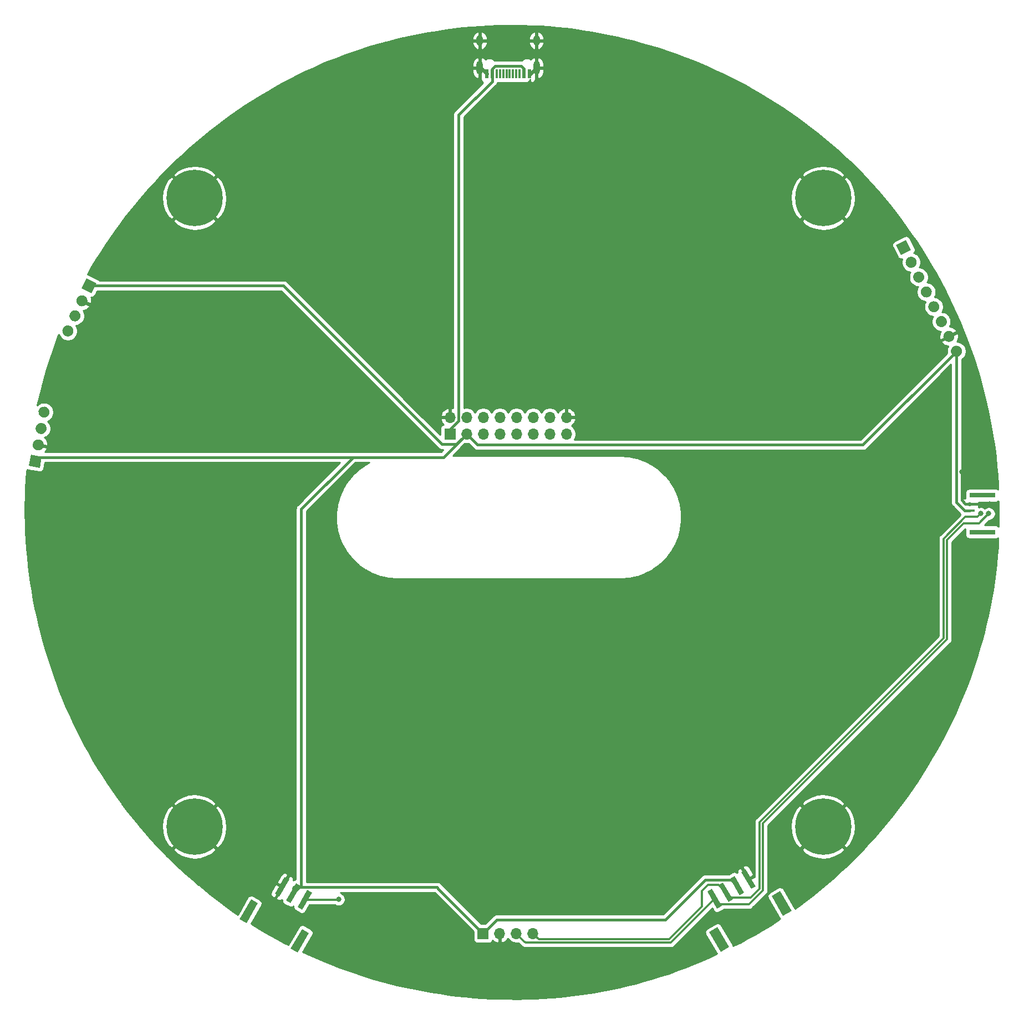
<source format=gbr>
%TF.GenerationSoftware,KiCad,Pcbnew,(5.1.10-1-10_14)*%
%TF.CreationDate,2021-10-01T16:25:32+02:00*%
%TF.ProjectId,Launchpad,4c61756e-6368-4706-9164-2e6b69636164,rev?*%
%TF.SameCoordinates,Original*%
%TF.FileFunction,Copper,L2,Bot*%
%TF.FilePolarity,Positive*%
%FSLAX46Y46*%
G04 Gerber Fmt 4.6, Leading zero omitted, Abs format (unit mm)*
G04 Created by KiCad (PCBNEW (5.1.10-1-10_14)) date 2021-10-01 16:25:32*
%MOMM*%
%LPD*%
G01*
G04 APERTURE LIST*
%TA.AperFunction,SMDPad,CuDef*%
%ADD10C,0.100000*%
%TD*%
%TA.AperFunction,SMDPad,CuDef*%
%ADD11R,1.600000X0.400000*%
%TD*%
%TA.AperFunction,SMDPad,CuDef*%
%ADD12R,4.000000X0.800000*%
%TD*%
%TA.AperFunction,ComponentPad*%
%ADD13C,0.100000*%
%TD*%
%TA.AperFunction,ComponentPad*%
%ADD14O,1.700000X1.700000*%
%TD*%
%TA.AperFunction,ComponentPad*%
%ADD15R,1.700000X1.700000*%
%TD*%
%TA.AperFunction,ComponentPad*%
%ADD16C,0.900000*%
%TD*%
%TA.AperFunction,ComponentPad*%
%ADD17C,8.600000*%
%TD*%
%TA.AperFunction,ComponentPad*%
%ADD18O,1.000000X1.600000*%
%TD*%
%TA.AperFunction,ComponentPad*%
%ADD19O,1.000000X2.100000*%
%TD*%
%TA.AperFunction,SMDPad,CuDef*%
%ADD20R,0.300000X1.450000*%
%TD*%
%TA.AperFunction,SMDPad,CuDef*%
%ADD21R,0.600000X1.450000*%
%TD*%
%TA.AperFunction,ViaPad*%
%ADD22C,0.800000*%
%TD*%
%TA.AperFunction,Conductor*%
%ADD23C,0.600000*%
%TD*%
%TA.AperFunction,Conductor*%
%ADD24C,0.400000*%
%TD*%
%TA.AperFunction,Conductor*%
%ADD25C,0.300000*%
%TD*%
%TA.AperFunction,Conductor*%
%ADD26C,0.254000*%
%TD*%
%TA.AperFunction,Conductor*%
%ADD27C,0.100000*%
%TD*%
G04 APERTURE END LIST*
%TA.AperFunction,SMDPad,CuDef*%
D10*
%TO.P,J3,1*%
%TO.N,/I2C_SCL*%
G36*
X137317014Y-157909407D02*
G01*
X138009834Y-157509407D01*
X139509834Y-160107483D01*
X138817014Y-160507483D01*
X137317014Y-157909407D01*
G37*
%TD.AperFunction*%
%TA.AperFunction,SMDPad,CuDef*%
%TO.P,J3,2*%
%TO.N,/I2C_SDA*%
G36*
X139048699Y-156910773D02*
G01*
X139741519Y-156510773D01*
X141241519Y-159108849D01*
X140548699Y-159508849D01*
X139048699Y-156910773D01*
G37*
%TD.AperFunction*%
%TA.AperFunction,SMDPad,CuDef*%
%TO.P,J3,6*%
%TO.N,N/C*%
G36*
X137593913Y-164105011D02*
G01*
X138892951Y-163355011D01*
X140642951Y-166386099D01*
X139343913Y-167136099D01*
X137593913Y-164105011D01*
G37*
%TD.AperFunction*%
%TA.AperFunction,SMDPad,CuDef*%
%TO.P,J3,5*%
G36*
X147134049Y-158597011D02*
G01*
X148433087Y-157847011D01*
X150183087Y-160878099D01*
X148884049Y-161628099D01*
X147134049Y-158597011D01*
G37*
%TD.AperFunction*%
%TA.AperFunction,SMDPad,CuDef*%
%TO.P,J3,3*%
%TO.N,VEXT*%
G36*
X140777053Y-155916371D02*
G01*
X141469873Y-155516371D01*
X142969873Y-158114447D01*
X142277053Y-158514447D01*
X140777053Y-155916371D01*
G37*
%TD.AperFunction*%
%TA.AperFunction,SMDPad,CuDef*%
%TO.P,J3,4*%
%TO.N,GND*%
G36*
X142507604Y-154913773D02*
G01*
X143200424Y-154513773D01*
X144700424Y-157111849D01*
X144007604Y-157511849D01*
X142507604Y-154913773D01*
G37*
%TD.AperFunction*%
%TD*%
%TA.AperFunction,SMDPad,CuDef*%
%TO.P,J4,3*%
%TO.N,/STEMMA_SIG*%
G36*
X76237373Y-157663693D02*
G01*
X76930193Y-158063693D01*
X75430193Y-160661769D01*
X74737373Y-160261769D01*
X76237373Y-157663693D01*
G37*
%TD.AperFunction*%
%TA.AperFunction,SMDPad,CuDef*%
%TO.P,J4,5*%
%TO.N,N/C*%
G36*
X75452499Y-163619135D02*
G01*
X76491729Y-164219135D01*
X74741729Y-167250223D01*
X73702499Y-166650223D01*
X75452499Y-163619135D01*
G37*
%TD.AperFunction*%
%TA.AperFunction,SMDPad,CuDef*%
%TO.P,J4,4*%
G36*
X67658271Y-159119135D02*
G01*
X68697501Y-159719135D01*
X66947501Y-162750223D01*
X65908271Y-162150223D01*
X67658271Y-159119135D01*
G37*
%TD.AperFunction*%
%TA.AperFunction,SMDPad,CuDef*%
%TO.P,J4,2*%
%TO.N,VEXT*%
G36*
X74506188Y-156664193D02*
G01*
X75199008Y-157064193D01*
X73699008Y-159662269D01*
X73006188Y-159262269D01*
X74506188Y-156664193D01*
G37*
%TD.AperFunction*%
%TA.AperFunction,SMDPad,CuDef*%
%TO.P,J4,1*%
%TO.N,GND*%
G36*
X72773271Y-155663693D02*
G01*
X73466091Y-156063693D01*
X71966091Y-158661769D01*
X71273271Y-158261769D01*
X72773271Y-155663693D01*
G37*
%TD.AperFunction*%
%TD*%
D11*
%TO.P,J5,1*%
%TO.N,GND*%
X177351000Y-98702000D03*
%TO.P,J5,2*%
%TO.N,VEXT*%
X177351000Y-99702000D03*
%TO.P,J5,3*%
%TO.N,/I2C_SDA*%
X177351000Y-100702000D03*
%TO.P,J5,4*%
%TO.N,/I2C_SCL*%
X177351000Y-101702000D03*
D12*
%TO.P,J5,0*%
%TO.N,N/C*%
X179349000Y-97400000D03*
X179349000Y-103000000D03*
%TD*%
%TO.P,J8,4*%
%TO.N,/I2C_SDA*%
%TA.AperFunction,ComponentPad*%
G36*
G01*
X38906188Y-71942795D02*
X38906188Y-71942795D01*
G75*
G02*
X40035776Y-71531659I770362J-359226D01*
G01*
X40035776Y-71531659D01*
G75*
G02*
X40446912Y-72661247I-359226J-770362D01*
G01*
X40446912Y-72661247D01*
G75*
G02*
X39317324Y-73072383I-770362J359226D01*
G01*
X39317324Y-73072383D01*
G75*
G02*
X38906188Y-71942795I359226J770362D01*
G01*
G37*
%TD.AperFunction*%
%TO.P,J8,3*%
%TO.N,/I2C_SCL*%
%TA.AperFunction,ComponentPad*%
G36*
G01*
X39979638Y-69640774D02*
X39979638Y-69640774D01*
G75*
G02*
X41109226Y-69229638I770362J-359226D01*
G01*
X41109226Y-69229638D01*
G75*
G02*
X41520362Y-70359226I-359226J-770362D01*
G01*
X41520362Y-70359226D01*
G75*
G02*
X40390774Y-70770362I-770362J359226D01*
G01*
X40390774Y-70770362D01*
G75*
G02*
X39979638Y-69640774I359226J770362D01*
G01*
G37*
%TD.AperFunction*%
%TO.P,J8,2*%
%TO.N,GND*%
%TA.AperFunction,ComponentPad*%
G36*
G01*
X41053089Y-67338752D02*
X41053089Y-67338752D01*
G75*
G02*
X42182677Y-66927616I770362J-359226D01*
G01*
X42182677Y-66927616D01*
G75*
G02*
X42593813Y-68057204I-359226J-770362D01*
G01*
X42593813Y-68057204D01*
G75*
G02*
X41464225Y-68468340I-770362J359226D01*
G01*
X41464225Y-68468340D01*
G75*
G02*
X41053089Y-67338752I359226J770362D01*
G01*
G37*
%TD.AperFunction*%
%TA.AperFunction,ComponentPad*%
D13*
%TO.P,J8,1*%
%TO.N,VEXT*%
G36*
X41767314Y-65807092D02*
G01*
X42485765Y-64266369D01*
X44026488Y-64984820D01*
X43308037Y-66525543D01*
X41767314Y-65807092D01*
G37*
%TD.AperFunction*%
%TD*%
D14*
%TO.P,J6,4*%
%TO.N,/I2C_SDA*%
X110695000Y-164300000D03*
%TO.P,J6,3*%
%TO.N,/I2C_SCL*%
X108155000Y-164300000D03*
%TO.P,J6,2*%
%TO.N,GND*%
X105615000Y-164300000D03*
D15*
%TO.P,J6,1*%
%TO.N,VEXT*%
X103075000Y-164300000D03*
%TD*%
%TO.P,J2,1*%
%TO.N,VBUS*%
X98020000Y-88040000D03*
D14*
%TO.P,J2,2*%
%TO.N,GND*%
X98020000Y-85500000D03*
%TO.P,J2,3*%
%TO.N,VEXT*%
X100560000Y-88040000D03*
%TO.P,J2,4*%
%TO.N,N/C*%
X100560000Y-85500000D03*
%TO.P,J2,5*%
X103100000Y-88040000D03*
%TO.P,J2,6*%
X103100000Y-85500000D03*
%TO.P,J2,7*%
X105640000Y-88040000D03*
%TO.P,J2,8*%
X105640000Y-85500000D03*
%TO.P,J2,9*%
X108180000Y-88040000D03*
%TO.P,J2,10*%
%TO.N,/I2C_SCL*%
X108180000Y-85500000D03*
%TO.P,J2,11*%
%TO.N,N/C*%
X110720000Y-88040000D03*
%TO.P,J2,12*%
%TO.N,/I2C_SDA*%
X110720000Y-85500000D03*
%TO.P,J2,13*%
%TO.N,/STEMMA_SIG*%
X113260000Y-88040000D03*
%TO.P,J2,14*%
%TO.N,N/C*%
X113260000Y-85500000D03*
%TO.P,J2,15*%
X115800000Y-88040000D03*
%TO.P,J2,16*%
%TO.N,GND*%
X115800000Y-85500000D03*
%TD*%
%TO.P,J9,4*%
%TO.N,/I2C_SDA*%
%TA.AperFunction,ComponentPad*%
G36*
G01*
X36860286Y-84843366D02*
X36860286Y-84843366D01*
G75*
G02*
X35875598Y-85532852I-837087J147601D01*
G01*
X35875598Y-85532852D01*
G75*
G02*
X35186112Y-84548164I147601J837087D01*
G01*
X35186112Y-84548164D01*
G75*
G02*
X36170800Y-83858678I837087J-147601D01*
G01*
X36170800Y-83858678D01*
G75*
G02*
X36860286Y-84843366I-147601J-837087D01*
G01*
G37*
%TD.AperFunction*%
%TO.P,J9,3*%
%TO.N,/I2C_SCL*%
%TA.AperFunction,ComponentPad*%
G36*
G01*
X36419220Y-87344778D02*
X36419220Y-87344778D01*
G75*
G02*
X35434532Y-88034264I-837087J147601D01*
G01*
X35434532Y-88034264D01*
G75*
G02*
X34745046Y-87049576I147601J837087D01*
G01*
X34745046Y-87049576D01*
G75*
G02*
X35729734Y-86360090I837087J-147601D01*
G01*
X35729734Y-86360090D01*
G75*
G02*
X36419220Y-87344778I-147601J-837087D01*
G01*
G37*
%TD.AperFunction*%
%TO.P,J9,2*%
%TO.N,GND*%
%TA.AperFunction,ComponentPad*%
G36*
G01*
X35978153Y-89846189D02*
X35978153Y-89846189D01*
G75*
G02*
X34993465Y-90535675I-837087J147601D01*
G01*
X34993465Y-90535675D01*
G75*
G02*
X34303979Y-89550987I147601J837087D01*
G01*
X34303979Y-89550987D01*
G75*
G02*
X35288667Y-88861501I837087J-147601D01*
G01*
X35288667Y-88861501D01*
G75*
G02*
X35978153Y-89846189I-147601J-837087D01*
G01*
G37*
%TD.AperFunction*%
%TA.AperFunction,ComponentPad*%
D13*
%TO.P,J9,1*%
%TO.N,VEXT*%
G36*
X35684688Y-91510514D02*
G01*
X35389486Y-93184688D01*
X33715312Y-92889486D01*
X34010514Y-91215312D01*
X35684688Y-91510514D01*
G37*
%TD.AperFunction*%
%TD*%
D16*
%TO.P,H4,1*%
%TO.N,GND*%
X61280419Y-145719581D03*
X59000000Y-144775000D03*
X56719581Y-145719581D03*
X55775000Y-148000000D03*
X56719581Y-150280419D03*
X59000000Y-151225000D03*
X61280419Y-150280419D03*
X62225000Y-148000000D03*
D17*
X59000000Y-148000000D03*
%TD*%
D16*
%TO.P,H3,1*%
%TO.N,GND*%
X157280419Y-145719581D03*
X155000000Y-144775000D03*
X152719581Y-145719581D03*
X151775000Y-148000000D03*
X152719581Y-150280419D03*
X155000000Y-151225000D03*
X157280419Y-150280419D03*
X158225000Y-148000000D03*
D17*
X155000000Y-148000000D03*
%TD*%
D18*
%TO.P,J1,S1*%
%TO.N,GND*%
X111220000Y-27950000D03*
X102580000Y-27950000D03*
D19*
X102580000Y-32130000D03*
X111220000Y-32130000D03*
D20*
%TO.P,J1,A6*%
%TO.N,N/C*%
X106650000Y-33045000D03*
%TO.P,J1,B5*%
X108650000Y-33045000D03*
%TO.P,J1,A8*%
X108150000Y-33045000D03*
%TO.P,J1,B6*%
X107650000Y-33045000D03*
%TO.P,J1,A7*%
X107150000Y-33045000D03*
%TO.P,J1,B7*%
X106150000Y-33045000D03*
%TO.P,J1,A5*%
X105650000Y-33045000D03*
%TO.P,J1,B8*%
X105150000Y-33045000D03*
D21*
%TO.P,J1,A12*%
%TO.N,GND*%
X110150000Y-33045000D03*
%TO.P,J1,B4*%
%TO.N,VBUS*%
X109350000Y-33045000D03*
%TO.P,J1,A4*%
X104450000Y-33045000D03*
%TO.P,J1,A1*%
%TO.N,GND*%
X103650000Y-33045000D03*
%TO.P,J1,B12*%
X103650000Y-33045000D03*
%TO.P,J1,B9*%
%TO.N,VBUS*%
X104450000Y-33045000D03*
%TO.P,J1,A9*%
X109350000Y-33045000D03*
%TO.P,J1,B1*%
%TO.N,GND*%
X110150000Y-33045000D03*
%TD*%
%TO.P,J7,8*%
%TO.N,VEXT*%
%TA.AperFunction,ComponentPad*%
G36*
G01*
X174609529Y-75781341D02*
X174609529Y-75781341D01*
G75*
G02*
X174980993Y-74638093I757356J385892D01*
G01*
X174980993Y-74638093D01*
G75*
G02*
X176124241Y-75009557I385892J-757356D01*
G01*
X176124241Y-75009557D01*
G75*
G02*
X175752777Y-76152805I-757356J-385892D01*
G01*
X175752777Y-76152805D01*
G75*
G02*
X174609529Y-75781341I-385892J757356D01*
G01*
G37*
%TD.AperFunction*%
%TO.P,J7,7*%
%TO.N,GND*%
%TA.AperFunction,ComponentPad*%
G36*
G01*
X173456393Y-73518184D02*
X173456393Y-73518184D01*
G75*
G02*
X173827857Y-72374936I757356J385892D01*
G01*
X173827857Y-72374936D01*
G75*
G02*
X174971105Y-72746400I385892J-757356D01*
G01*
X174971105Y-72746400D01*
G75*
G02*
X174599641Y-73889648I-757356J-385892D01*
G01*
X174599641Y-73889648D01*
G75*
G02*
X173456393Y-73518184I-385892J757356D01*
G01*
G37*
%TD.AperFunction*%
%TO.P,J7,6*%
%TO.N,/I2C_SCL*%
%TA.AperFunction,ComponentPad*%
G36*
G01*
X172303257Y-71255028D02*
X172303257Y-71255028D01*
G75*
G02*
X172674721Y-70111780I757356J385892D01*
G01*
X172674721Y-70111780D01*
G75*
G02*
X173817969Y-70483244I385892J-757356D01*
G01*
X173817969Y-70483244D01*
G75*
G02*
X173446505Y-71626492I-757356J-385892D01*
G01*
X173446505Y-71626492D01*
G75*
G02*
X172303257Y-71255028I-385892J757356D01*
G01*
G37*
%TD.AperFunction*%
%TO.P,J7,5*%
%TO.N,/I2C_SDA*%
%TA.AperFunction,ComponentPad*%
G36*
G01*
X171150121Y-68991871D02*
X171150121Y-68991871D01*
G75*
G02*
X171521585Y-67848623I757356J385892D01*
G01*
X171521585Y-67848623D01*
G75*
G02*
X172664833Y-68220087I385892J-757356D01*
G01*
X172664833Y-68220087D01*
G75*
G02*
X172293369Y-69363335I-757356J-385892D01*
G01*
X172293369Y-69363335D01*
G75*
G02*
X171150121Y-68991871I-385892J757356D01*
G01*
G37*
%TD.AperFunction*%
%TO.P,J7,4*%
%TO.N,N/C*%
%TA.AperFunction,ComponentPad*%
G36*
G01*
X169996986Y-66728715D02*
X169996986Y-66728715D01*
G75*
G02*
X170368450Y-65585467I757356J385892D01*
G01*
X170368450Y-65585467D01*
G75*
G02*
X171511698Y-65956931I385892J-757356D01*
G01*
X171511698Y-65956931D01*
G75*
G02*
X171140234Y-67100179I-757356J-385892D01*
G01*
X171140234Y-67100179D01*
G75*
G02*
X169996986Y-66728715I-385892J757356D01*
G01*
G37*
%TD.AperFunction*%
%TO.P,J7,3*%
%TA.AperFunction,ComponentPad*%
G36*
G01*
X168843850Y-64465558D02*
X168843850Y-64465558D01*
G75*
G02*
X169215314Y-63322310I757356J385892D01*
G01*
X169215314Y-63322310D01*
G75*
G02*
X170358562Y-63693774I385892J-757356D01*
G01*
X170358562Y-63693774D01*
G75*
G02*
X169987098Y-64837022I-757356J-385892D01*
G01*
X169987098Y-64837022D01*
G75*
G02*
X168843850Y-64465558I-385892J757356D01*
G01*
G37*
%TD.AperFunction*%
%TO.P,J7,2*%
%TA.AperFunction,ComponentPad*%
G36*
G01*
X167690714Y-62202402D02*
X167690714Y-62202402D01*
G75*
G02*
X168062178Y-61059154I757356J385892D01*
G01*
X168062178Y-61059154D01*
G75*
G02*
X169205426Y-61430618I385892J-757356D01*
G01*
X169205426Y-61430618D01*
G75*
G02*
X168833962Y-62573866I-757356J-385892D01*
G01*
X168833962Y-62573866D01*
G75*
G02*
X167690714Y-62202402I-385892J757356D01*
G01*
G37*
%TD.AperFunction*%
%TA.AperFunction,ComponentPad*%
D13*
%TO.P,J7,1*%
G36*
X166923470Y-60696600D02*
G01*
X166151687Y-59181889D01*
X167666398Y-58410106D01*
X168438181Y-59924817D01*
X166923470Y-60696600D01*
G37*
%TD.AperFunction*%
%TD*%
D16*
%TO.P,H2,1*%
%TO.N,GND*%
X157280419Y-49719581D03*
X155000000Y-48775000D03*
X152719581Y-49719581D03*
X151775000Y-52000000D03*
X152719581Y-54280419D03*
X155000000Y-55225000D03*
X157280419Y-54280419D03*
X158225000Y-52000000D03*
D17*
X155000000Y-52000000D03*
%TD*%
D16*
%TO.P,H1,1*%
%TO.N,GND*%
X61280419Y-49719581D03*
X59000000Y-48775000D03*
X56719581Y-49719581D03*
X55775000Y-52000000D03*
X56719581Y-54280419D03*
X59000000Y-55225000D03*
X61280419Y-54280419D03*
X62225000Y-52000000D03*
D17*
X59000000Y-52000000D03*
%TD*%
D22*
%TO.N,GND*%
X176166885Y-93800000D03*
X170500000Y-93300000D03*
X180400000Y-98700000D03*
X143800000Y-153000000D03*
X145900000Y-160000000D03*
%TO.N,/I2C_SDA*%
X179100000Y-100200000D03*
%TO.N,/I2C_SCL*%
X180300000Y-100200000D03*
%TO.N,/STEMMA_SIG*%
X81000000Y-159100000D03*
%TD*%
D23*
%TO.N,GND*%
X102735000Y-32130000D02*
X103650000Y-33045000D01*
X102580000Y-32130000D02*
X102735000Y-32130000D01*
X110305000Y-33045000D02*
X111220000Y-32130000D01*
X110150000Y-33045000D02*
X110305000Y-33045000D01*
D24*
X177351000Y-98702000D02*
X176702000Y-98702000D01*
X176166885Y-98166885D02*
X176166885Y-93800000D01*
X176702000Y-98702000D02*
X176166885Y-98166885D01*
X180398000Y-98702000D02*
X180400000Y-98700000D01*
X177351000Y-98702000D02*
X180398000Y-98702000D01*
D25*
%TO.N,/I2C_SDA*%
X137400000Y-156900000D02*
X139035298Y-156900000D01*
X136500000Y-157800000D02*
X137400000Y-156900000D01*
X136500000Y-160200000D02*
X136500000Y-157800000D01*
X139035298Y-156900000D02*
X140145109Y-158009811D01*
X131500000Y-165200000D02*
X136500000Y-160200000D01*
X111595000Y-165200000D02*
X131500000Y-165200000D01*
X110695000Y-164300000D02*
X111595000Y-165200000D01*
X178598000Y-100702000D02*
X179100000Y-100200000D01*
X177351000Y-100702000D02*
X178598000Y-100702000D01*
X140999755Y-158864457D02*
X143935543Y-158864457D01*
X140145109Y-158009811D02*
X140999755Y-158864457D01*
X145302999Y-157497001D02*
X145302999Y-147297001D01*
X143935543Y-158864457D02*
X145302999Y-157497001D01*
X145302999Y-147297001D02*
X173400000Y-119200000D01*
X176720998Y-100702000D02*
X177351000Y-100702000D01*
X173400000Y-104022998D02*
X176720998Y-100702000D01*
X173400000Y-119200000D02*
X173400000Y-104022998D01*
%TO.N,/I2C_SCL*%
X109355001Y-165500001D02*
X109355001Y-165505001D01*
X108155000Y-164300000D02*
X109355001Y-165500001D01*
X109355001Y-165505001D02*
X109550000Y-165700000D01*
X131721869Y-165700000D02*
X138413424Y-159008445D01*
X109550000Y-165700000D02*
X131721869Y-165700000D01*
X178798000Y-101702000D02*
X177351000Y-101702000D01*
X180300000Y-100200000D02*
X178798000Y-101702000D01*
X139263838Y-159858859D02*
X138413424Y-159008445D01*
X143648261Y-159858859D02*
X139263838Y-159858859D01*
X145803009Y-157704111D02*
X143648261Y-159858859D01*
X145803009Y-147504111D02*
X145803009Y-157704111D01*
X173900010Y-104230108D02*
X173900010Y-119407110D01*
X173900010Y-119407110D02*
X145803009Y-147504111D01*
X176428118Y-101702000D02*
X173900010Y-104230108D01*
X177351000Y-101702000D02*
X176428118Y-101702000D01*
D24*
%TO.N,VBUS*%
X98020000Y-88040000D02*
X98020000Y-87280000D01*
X98020000Y-87280000D02*
X99300000Y-86000000D01*
X104450000Y-34170000D02*
X104450000Y-33045000D01*
X99300000Y-39320000D02*
X104450000Y-34170000D01*
X99300000Y-86000000D02*
X99300000Y-39320000D01*
X104450000Y-32233002D02*
X104883002Y-31800000D01*
X104450000Y-33045000D02*
X104450000Y-32233002D01*
X109350000Y-32233002D02*
X109350000Y-33045000D01*
X108916998Y-31800000D02*
X109350000Y-32233002D01*
X104883002Y-31800000D02*
X108916998Y-31800000D01*
D25*
%TO.N,/STEMMA_SIG*%
X80937269Y-159162731D02*
X81000000Y-159100000D01*
X75833783Y-159162731D02*
X80937269Y-159162731D01*
D24*
%TO.N,VEXT*%
X100560000Y-88040000D02*
X99000000Y-89600000D01*
X99000000Y-89600000D02*
X96800000Y-89600000D01*
X72595956Y-65395956D02*
X42896901Y-65395956D01*
X96800000Y-89600000D02*
X72595956Y-65395956D01*
X35325010Y-91574990D02*
X34700000Y-92200000D01*
X100560000Y-88040000D02*
X97025010Y-91574990D01*
X161062334Y-89700000D02*
X175366885Y-75395449D01*
X102220000Y-89700000D02*
X161062334Y-89700000D01*
X100560000Y-88040000D02*
X102220000Y-89700000D01*
X176602000Y-99702000D02*
X177351000Y-99702000D01*
X175366885Y-98466885D02*
X176602000Y-99702000D01*
X175366885Y-75395449D02*
X175366885Y-98466885D01*
X97025010Y-91574990D02*
X83374990Y-91574990D01*
X83374990Y-91574990D02*
X35325010Y-91574990D01*
X75300000Y-99500000D02*
X75300000Y-156965829D01*
X75300000Y-156965829D02*
X74102598Y-158163231D01*
X83225010Y-91574990D02*
X75300000Y-99500000D01*
X83374990Y-91574990D02*
X83225010Y-91574990D01*
X141873463Y-157015409D02*
X140968817Y-156110763D01*
X96038683Y-157263683D02*
X96387500Y-157612500D01*
X74202147Y-157263683D02*
X96038683Y-157263683D01*
X74102598Y-157363232D02*
X74202147Y-157263683D01*
X74102598Y-158163231D02*
X74102598Y-157363232D01*
X96387500Y-157612500D02*
X103075000Y-164300000D01*
X103075000Y-164300000D02*
X105175000Y-162200000D01*
X130900000Y-162200000D02*
X136989237Y-156110763D01*
X105175000Y-162200000D02*
X130900000Y-162200000D01*
X140968817Y-156110763D02*
X136989237Y-156110763D01*
%TD*%
D26*
%TO.N,GND*%
X74738579Y-98880554D02*
X74706709Y-98906709D01*
X74616261Y-99016921D01*
X74602364Y-99033855D01*
X74524828Y-99178914D01*
X74477082Y-99336312D01*
X74460960Y-99500000D01*
X74465000Y-99541018D01*
X74465001Y-156027505D01*
X74464456Y-156027487D01*
X74341043Y-156047863D01*
X74223976Y-156091924D01*
X74117754Y-156157976D01*
X74090102Y-156183876D01*
X74098705Y-156146978D01*
X74102797Y-156021961D01*
X74082421Y-155898548D01*
X74038360Y-155781481D01*
X73972308Y-155675259D01*
X73886802Y-155583965D01*
X73785127Y-155511106D01*
X73684648Y-155456642D01*
X73467791Y-155514748D01*
X72543166Y-157116246D01*
X72560487Y-157126246D01*
X72433487Y-157346216D01*
X72416166Y-157336216D01*
X71491541Y-158937714D01*
X71549648Y-159154570D01*
X71647055Y-159214356D01*
X71760990Y-159265979D01*
X71882806Y-159294383D01*
X72007823Y-159298475D01*
X72131236Y-159278099D01*
X72248303Y-159234038D01*
X72354525Y-159167986D01*
X72382178Y-159142086D01*
X72373575Y-159178984D01*
X72369482Y-159304001D01*
X72389858Y-159427414D01*
X72433919Y-159544481D01*
X72499971Y-159650703D01*
X72585478Y-159741997D01*
X72687152Y-159814855D01*
X73379972Y-160214855D01*
X73493906Y-160266479D01*
X73615723Y-160294882D01*
X73740740Y-160298975D01*
X73864153Y-160278599D01*
X73981220Y-160234538D01*
X74087442Y-160168486D01*
X74112581Y-160144940D01*
X74104760Y-160178484D01*
X74100667Y-160303501D01*
X74121043Y-160426914D01*
X74165104Y-160543981D01*
X74231156Y-160650203D01*
X74316663Y-160741497D01*
X74418337Y-160814355D01*
X75111157Y-161214355D01*
X75225091Y-161265979D01*
X75346908Y-161294382D01*
X75471925Y-161298475D01*
X75595338Y-161278099D01*
X75712405Y-161234038D01*
X75818627Y-161167986D01*
X75909921Y-161082479D01*
X75982780Y-160980805D01*
X76579226Y-159947731D01*
X80405769Y-159947731D01*
X80509744Y-160017205D01*
X80698102Y-160095226D01*
X80898061Y-160135000D01*
X81101939Y-160135000D01*
X81301898Y-160095226D01*
X81490256Y-160017205D01*
X81659774Y-159903937D01*
X81803937Y-159759774D01*
X81917205Y-159590256D01*
X81995226Y-159401898D01*
X82035000Y-159201939D01*
X82035000Y-158998061D01*
X81995226Y-158798102D01*
X81917205Y-158609744D01*
X81803937Y-158440226D01*
X81659774Y-158296063D01*
X81490256Y-158182795D01*
X81301898Y-158104774D01*
X81271276Y-158098683D01*
X95692815Y-158098683D01*
X95826071Y-158231939D01*
X95826077Y-158231944D01*
X101586928Y-163992796D01*
X101586928Y-165150000D01*
X101599188Y-165274482D01*
X101635498Y-165394180D01*
X101694463Y-165504494D01*
X101773815Y-165601185D01*
X101870506Y-165680537D01*
X101980820Y-165739502D01*
X102100518Y-165775812D01*
X102225000Y-165788072D01*
X103925000Y-165788072D01*
X104049482Y-165775812D01*
X104169180Y-165739502D01*
X104279494Y-165680537D01*
X104376185Y-165601185D01*
X104455537Y-165504494D01*
X104514502Y-165394180D01*
X104538966Y-165313534D01*
X104614731Y-165397588D01*
X104848080Y-165571641D01*
X105110901Y-165696825D01*
X105258110Y-165741476D01*
X105488000Y-165620155D01*
X105488000Y-164427000D01*
X105468000Y-164427000D01*
X105468000Y-164173000D01*
X105488000Y-164173000D01*
X105488000Y-164153000D01*
X105742000Y-164153000D01*
X105742000Y-164173000D01*
X105762000Y-164173000D01*
X105762000Y-164427000D01*
X105742000Y-164427000D01*
X105742000Y-165620155D01*
X105971890Y-165741476D01*
X106119099Y-165696825D01*
X106381920Y-165571641D01*
X106615269Y-165397588D01*
X106810178Y-165181355D01*
X106879805Y-165064466D01*
X107001525Y-165246632D01*
X107208368Y-165453475D01*
X107451589Y-165615990D01*
X107721842Y-165727932D01*
X108008740Y-165785000D01*
X108301260Y-165785000D01*
X108491918Y-165747075D01*
X108749769Y-166004926D01*
X108797237Y-166062765D01*
X108827190Y-166087347D01*
X108967653Y-166227810D01*
X108992236Y-166257764D01*
X109111767Y-166355862D01*
X109248140Y-166428754D01*
X109368175Y-166465166D01*
X109396112Y-166473641D01*
X109410490Y-166475057D01*
X109511439Y-166485000D01*
X109511446Y-166485000D01*
X109549999Y-166488797D01*
X109588552Y-166485000D01*
X131683316Y-166485000D01*
X131721869Y-166488797D01*
X131760422Y-166485000D01*
X131760430Y-166485000D01*
X131875756Y-166473641D01*
X132023729Y-166428754D01*
X132160102Y-166355862D01*
X132279633Y-166257764D01*
X132304216Y-166227810D01*
X138059848Y-160472178D01*
X138264427Y-160826519D01*
X138337286Y-160928193D01*
X138428580Y-161013700D01*
X138534802Y-161079752D01*
X138651869Y-161123813D01*
X138775282Y-161144189D01*
X138900299Y-161140096D01*
X139022116Y-161111693D01*
X139136050Y-161060069D01*
X139828870Y-160660069D01*
X139851491Y-160643859D01*
X143609708Y-160643859D01*
X143648261Y-160647656D01*
X143686814Y-160643859D01*
X143686822Y-160643859D01*
X143802148Y-160632500D01*
X143950121Y-160587613D01*
X144086494Y-160514721D01*
X144206025Y-160416623D01*
X144230608Y-160386669D01*
X146330819Y-158286458D01*
X146360773Y-158261875D01*
X146458871Y-158142344D01*
X146531763Y-158005971D01*
X146547563Y-157953886D01*
X146576651Y-157857998D01*
X146584130Y-157782054D01*
X146588009Y-157742672D01*
X146588009Y-157742667D01*
X146591806Y-157704111D01*
X146588009Y-157665555D01*
X146588009Y-151482818D01*
X151696787Y-151482818D01*
X152188946Y-152085149D01*
X153039933Y-152555063D01*
X153966243Y-152849929D01*
X154932281Y-152958414D01*
X155900921Y-152876351D01*
X156834938Y-152606893D01*
X157698440Y-152160394D01*
X157811054Y-152085149D01*
X158303213Y-151482818D01*
X155000000Y-148179605D01*
X151696787Y-151482818D01*
X146588009Y-151482818D01*
X146588009Y-147932281D01*
X150041586Y-147932281D01*
X150123649Y-148900921D01*
X150393107Y-149834938D01*
X150839606Y-150698440D01*
X150914851Y-150811054D01*
X151517182Y-151303213D01*
X154820395Y-148000000D01*
X155179605Y-148000000D01*
X158482818Y-151303213D01*
X159085149Y-150811054D01*
X159555063Y-149960067D01*
X159849929Y-149033757D01*
X159958414Y-148067719D01*
X159876351Y-147099079D01*
X159606893Y-146165062D01*
X159160394Y-145301560D01*
X159085149Y-145188946D01*
X158482818Y-144696787D01*
X155179605Y-148000000D01*
X154820395Y-148000000D01*
X151517182Y-144696787D01*
X150914851Y-145188946D01*
X150444937Y-146039933D01*
X150150071Y-146966243D01*
X150041586Y-147932281D01*
X146588009Y-147932281D01*
X146588009Y-147829268D01*
X149900095Y-144517182D01*
X151696787Y-144517182D01*
X155000000Y-147820395D01*
X158303213Y-144517182D01*
X157811054Y-143914851D01*
X156960067Y-143444937D01*
X156033757Y-143150071D01*
X155067719Y-143041586D01*
X154099079Y-143123649D01*
X153165062Y-143393107D01*
X152301560Y-143839606D01*
X152188946Y-143914851D01*
X151696787Y-144517182D01*
X149900095Y-144517182D01*
X174427820Y-119989457D01*
X174457774Y-119964874D01*
X174555872Y-119845343D01*
X174628764Y-119708970D01*
X174650222Y-119638233D01*
X174673652Y-119560997D01*
X174681030Y-119486084D01*
X174685010Y-119445671D01*
X174685010Y-119445666D01*
X174688807Y-119407110D01*
X174685010Y-119368554D01*
X174685010Y-104555265D01*
X176700203Y-102540072D01*
X176716830Y-102540072D01*
X176710928Y-102600000D01*
X176710928Y-103400000D01*
X176723188Y-103524482D01*
X176759498Y-103644180D01*
X176818463Y-103754494D01*
X176897815Y-103851185D01*
X176994506Y-103930537D01*
X177104820Y-103989502D01*
X177224518Y-104025812D01*
X177349000Y-104038072D01*
X181349000Y-104038072D01*
X181473482Y-104025812D01*
X181593180Y-103989502D01*
X181703494Y-103930537D01*
X181746844Y-103894961D01*
X181743731Y-103978072D01*
X181668479Y-105297662D01*
X181568474Y-106614550D01*
X181442730Y-107928524D01*
X181292184Y-109239555D01*
X181117873Y-110546992D01*
X180918838Y-111850128D01*
X180694977Y-113149416D01*
X180448336Y-114443936D01*
X180176945Y-115733441D01*
X179882711Y-117017868D01*
X179564727Y-118296537D01*
X179223902Y-119569283D01*
X178860376Y-120835378D01*
X178472936Y-122095205D01*
X178064637Y-123348145D01*
X177633723Y-124593141D01*
X177179867Y-125830740D01*
X176705140Y-127060668D01*
X176208679Y-128281508D01*
X175691362Y-129493535D01*
X175152291Y-130697528D01*
X174592381Y-131890681D01*
X174011565Y-133075108D01*
X173410970Y-134248550D01*
X172789562Y-135412081D01*
X172148280Y-136564803D01*
X171487229Y-137706531D01*
X170806312Y-138836439D01*
X170106547Y-139954478D01*
X169387081Y-141060435D01*
X168648577Y-142153819D01*
X167892305Y-143234209D01*
X167117399Y-144300449D01*
X166323476Y-145354057D01*
X165511708Y-146393795D01*
X164682192Y-147419544D01*
X163835885Y-148429365D01*
X162970699Y-149425370D01*
X162089605Y-150405575D01*
X161190792Y-151370784D01*
X160276284Y-152318979D01*
X159343755Y-153251509D01*
X158396541Y-154167018D01*
X157432512Y-155064665D01*
X156452430Y-155946641D01*
X155457954Y-156809380D01*
X154446353Y-157654528D01*
X153420874Y-158481848D01*
X152379938Y-159290034D01*
X151325060Y-160078471D01*
X150712436Y-160518813D01*
X148985674Y-157527975D01*
X148912815Y-157426301D01*
X148821521Y-157340794D01*
X148715299Y-157274742D01*
X148598232Y-157230681D01*
X148474819Y-157210305D01*
X148349802Y-157214398D01*
X148227985Y-157242801D01*
X148114051Y-157294424D01*
X146815013Y-158044424D01*
X146713339Y-158117283D01*
X146627832Y-158208577D01*
X146561780Y-158314799D01*
X146517719Y-158431866D01*
X146497343Y-158555279D01*
X146501436Y-158680296D01*
X146529839Y-158802113D01*
X146581462Y-158916047D01*
X148331462Y-161947135D01*
X148404321Y-162048809D01*
X148440807Y-162082983D01*
X148072273Y-162327897D01*
X146960259Y-163036893D01*
X145834185Y-163725215D01*
X144695437Y-164392622D01*
X143542983Y-165038154D01*
X142377660Y-165661905D01*
X141259255Y-166232867D01*
X141247161Y-166180997D01*
X141195538Y-166067063D01*
X139445538Y-163035975D01*
X139372679Y-162934301D01*
X139281385Y-162848794D01*
X139175163Y-162782742D01*
X139058096Y-162738681D01*
X138934683Y-162718305D01*
X138809666Y-162722398D01*
X138687849Y-162750801D01*
X138573915Y-162802424D01*
X137274877Y-163552424D01*
X137173203Y-163625283D01*
X137087696Y-163716577D01*
X137021644Y-163822799D01*
X136977583Y-163939866D01*
X136957207Y-164063279D01*
X136961300Y-164188296D01*
X136989703Y-164310113D01*
X137041326Y-164424047D01*
X138768769Y-167416065D01*
X137594507Y-167964378D01*
X136385904Y-168498895D01*
X135169132Y-169009761D01*
X133943358Y-169495913D01*
X132708355Y-169959410D01*
X131466671Y-170399015D01*
X130217267Y-170813866D01*
X128960264Y-171205102D01*
X127696600Y-171573593D01*
X126426938Y-171918244D01*
X125151320Y-172239155D01*
X123870345Y-172536273D01*
X122583895Y-172809712D01*
X121292872Y-173060348D01*
X119997476Y-173287229D01*
X118698322Y-173491322D01*
X117395680Y-173671653D01*
X116089954Y-173829184D01*
X114781556Y-173962946D01*
X113470732Y-174073941D01*
X112158247Y-174162127D01*
X110844285Y-174226532D01*
X109528948Y-174268163D01*
X108212974Y-174287985D01*
X106897187Y-174284021D01*
X105581255Y-174257263D01*
X104266010Y-174207709D01*
X102951419Y-174135348D01*
X101638220Y-174041180D01*
X100327122Y-173924241D01*
X99018071Y-173784507D01*
X97711693Y-173621978D01*
X96408114Y-173436630D01*
X95107748Y-173229436D01*
X93811368Y-173000488D01*
X92519193Y-172748753D01*
X91231690Y-172475217D01*
X89949192Y-172178897D01*
X88671967Y-171860730D01*
X87400814Y-171520845D01*
X86135512Y-171158085D01*
X84877016Y-170774560D01*
X83625714Y-170368324D01*
X82381816Y-169940248D01*
X81145302Y-169490283D01*
X79917483Y-169019645D01*
X78698234Y-168526238D01*
X77487859Y-168011966D01*
X76287095Y-167476025D01*
X75547997Y-167129871D01*
X77044316Y-164538171D01*
X77095939Y-164424237D01*
X77124342Y-164302420D01*
X77128435Y-164177403D01*
X77108059Y-164053990D01*
X77063998Y-163936923D01*
X76997946Y-163830701D01*
X76912439Y-163739407D01*
X76810765Y-163666549D01*
X75771535Y-163066549D01*
X75657601Y-163014925D01*
X75535784Y-162986522D01*
X75410767Y-162982429D01*
X75287354Y-163002805D01*
X75170287Y-163046866D01*
X75064065Y-163112918D01*
X74972771Y-163198425D01*
X74899912Y-163300099D01*
X73321496Y-166033995D01*
X72745280Y-165738350D01*
X71586398Y-165117362D01*
X70438976Y-164473579D01*
X69303045Y-163809872D01*
X68179851Y-163124649D01*
X67659395Y-162793332D01*
X69250088Y-160038171D01*
X69301711Y-159924237D01*
X69330114Y-159802420D01*
X69334207Y-159677403D01*
X69313831Y-159553990D01*
X69269770Y-159436923D01*
X69203718Y-159330701D01*
X69118211Y-159239407D01*
X69016537Y-159166549D01*
X67977307Y-158566549D01*
X67863373Y-158514925D01*
X67741556Y-158486522D01*
X67616539Y-158482429D01*
X67493126Y-158502805D01*
X67376059Y-158546866D01*
X67269837Y-158612918D01*
X67178543Y-158698425D01*
X67105684Y-158800099D01*
X65589161Y-161426792D01*
X64887074Y-160942020D01*
X63816615Y-160172597D01*
X62760439Y-159382471D01*
X61719165Y-158571745D01*
X61388469Y-158303501D01*
X70636565Y-158303501D01*
X70656941Y-158426914D01*
X70701002Y-158543981D01*
X70767054Y-158650203D01*
X70852560Y-158741497D01*
X70954235Y-158814356D01*
X71054714Y-158868820D01*
X71271571Y-158810714D01*
X72196196Y-157209216D01*
X71547326Y-156834591D01*
X71330470Y-156892698D01*
X70720684Y-157942733D01*
X70669061Y-158056668D01*
X70640657Y-158178484D01*
X70636565Y-158303501D01*
X61388469Y-158303501D01*
X60692728Y-157739153D01*
X59701392Y-156903333D01*
X59700675Y-156902601D01*
X59675541Y-156881537D01*
X59650721Y-156860611D01*
X59649885Y-156860036D01*
X59098284Y-156397764D01*
X71616220Y-156397764D01*
X71674326Y-156614621D01*
X72323196Y-156989246D01*
X73247821Y-155387748D01*
X73189714Y-155170892D01*
X73092307Y-155111106D01*
X72978372Y-155059483D01*
X72856556Y-155031079D01*
X72731539Y-155026987D01*
X72608126Y-155047363D01*
X72491059Y-155091424D01*
X72384837Y-155157476D01*
X72293543Y-155242982D01*
X72220684Y-155344657D01*
X71616220Y-156397764D01*
X59098284Y-156397764D01*
X58656244Y-156027311D01*
X57660575Y-155159146D01*
X56682625Y-154271993D01*
X55722688Y-153367999D01*
X54781032Y-152445254D01*
X53857450Y-151505532D01*
X53835959Y-151482818D01*
X55696787Y-151482818D01*
X56188946Y-152085149D01*
X57039933Y-152555063D01*
X57966243Y-152849929D01*
X58932281Y-152958414D01*
X59900921Y-152876351D01*
X60834938Y-152606893D01*
X61698440Y-152160394D01*
X61811054Y-152085149D01*
X62303213Y-151482818D01*
X59000000Y-148179605D01*
X55696787Y-151482818D01*
X53835959Y-151482818D01*
X52952237Y-150548820D01*
X52065503Y-149576325D01*
X51197448Y-148586951D01*
X50643819Y-147932281D01*
X54041586Y-147932281D01*
X54123649Y-148900921D01*
X54393107Y-149834938D01*
X54839606Y-150698440D01*
X54914851Y-150811054D01*
X55517182Y-151303213D01*
X58820395Y-148000000D01*
X59179605Y-148000000D01*
X62482818Y-151303213D01*
X63085149Y-150811054D01*
X63555063Y-149960067D01*
X63849929Y-149033757D01*
X63958414Y-148067719D01*
X63876351Y-147099079D01*
X63606893Y-146165062D01*
X63160394Y-145301560D01*
X63085149Y-145188946D01*
X62482818Y-144696787D01*
X59179605Y-148000000D01*
X58820395Y-148000000D01*
X55517182Y-144696787D01*
X54914851Y-145188946D01*
X54444937Y-146039933D01*
X54150071Y-146966243D01*
X54041586Y-147932281D01*
X50643819Y-147932281D01*
X50348089Y-147582579D01*
X49517630Y-146562456D01*
X48706097Y-145527238D01*
X47943070Y-144517182D01*
X55696787Y-144517182D01*
X59000000Y-147820395D01*
X62303213Y-144517182D01*
X61811054Y-143914851D01*
X60960067Y-143444937D01*
X60033757Y-143150071D01*
X59067719Y-143041586D01*
X58099079Y-143123649D01*
X57165062Y-143393107D01*
X56301560Y-143839606D01*
X56188946Y-143914851D01*
X55696787Y-144517182D01*
X47943070Y-144517182D01*
X47913632Y-144478214D01*
X47140615Y-143414376D01*
X46386721Y-142336393D01*
X45652268Y-141245563D01*
X44937538Y-140141866D01*
X44242541Y-139025154D01*
X43567372Y-137896570D01*
X42912168Y-136756062D01*
X42277089Y-135603644D01*
X41662179Y-134440162D01*
X41067665Y-133266855D01*
X40493608Y-132082570D01*
X39940141Y-130888322D01*
X39407400Y-129685162D01*
X38895495Y-128472050D01*
X38404579Y-127251029D01*
X37934756Y-126021070D01*
X37486109Y-124783087D01*
X37058833Y-123538158D01*
X36653012Y-122285663D01*
X36268783Y-121026471D01*
X35906230Y-119760840D01*
X35565529Y-118489122D01*
X35246769Y-117211881D01*
X34950081Y-115929391D01*
X34675586Y-114642053D01*
X34423401Y-113350154D01*
X34193666Y-112054413D01*
X33986472Y-110754826D01*
X33801960Y-109452044D01*
X33640256Y-108146399D01*
X33501459Y-106838129D01*
X33385704Y-105527860D01*
X33293106Y-104215848D01*
X33223788Y-102902506D01*
X33177865Y-101588086D01*
X33155461Y-100273294D01*
X33156694Y-98958189D01*
X33181682Y-97643418D01*
X33230544Y-96329190D01*
X33303401Y-95015979D01*
X33400367Y-93704187D01*
X33423557Y-93453517D01*
X33484050Y-93484174D01*
X33604512Y-93517864D01*
X35278686Y-93813066D01*
X35403405Y-93822608D01*
X35527590Y-93807635D01*
X35646467Y-93768723D01*
X35755469Y-93707366D01*
X35850406Y-93625923D01*
X35927630Y-93527524D01*
X35984174Y-93415950D01*
X36017864Y-93295488D01*
X36174001Y-92409990D01*
X81209141Y-92409990D01*
X74738579Y-98880554D01*
%TA.AperFunction,Conductor*%
D27*
G36*
X74738579Y-98880554D02*
G01*
X74706709Y-98906709D01*
X74616261Y-99016921D01*
X74602364Y-99033855D01*
X74524828Y-99178914D01*
X74477082Y-99336312D01*
X74460960Y-99500000D01*
X74465000Y-99541018D01*
X74465001Y-156027505D01*
X74464456Y-156027487D01*
X74341043Y-156047863D01*
X74223976Y-156091924D01*
X74117754Y-156157976D01*
X74090102Y-156183876D01*
X74098705Y-156146978D01*
X74102797Y-156021961D01*
X74082421Y-155898548D01*
X74038360Y-155781481D01*
X73972308Y-155675259D01*
X73886802Y-155583965D01*
X73785127Y-155511106D01*
X73684648Y-155456642D01*
X73467791Y-155514748D01*
X72543166Y-157116246D01*
X72560487Y-157126246D01*
X72433487Y-157346216D01*
X72416166Y-157336216D01*
X71491541Y-158937714D01*
X71549648Y-159154570D01*
X71647055Y-159214356D01*
X71760990Y-159265979D01*
X71882806Y-159294383D01*
X72007823Y-159298475D01*
X72131236Y-159278099D01*
X72248303Y-159234038D01*
X72354525Y-159167986D01*
X72382178Y-159142086D01*
X72373575Y-159178984D01*
X72369482Y-159304001D01*
X72389858Y-159427414D01*
X72433919Y-159544481D01*
X72499971Y-159650703D01*
X72585478Y-159741997D01*
X72687152Y-159814855D01*
X73379972Y-160214855D01*
X73493906Y-160266479D01*
X73615723Y-160294882D01*
X73740740Y-160298975D01*
X73864153Y-160278599D01*
X73981220Y-160234538D01*
X74087442Y-160168486D01*
X74112581Y-160144940D01*
X74104760Y-160178484D01*
X74100667Y-160303501D01*
X74121043Y-160426914D01*
X74165104Y-160543981D01*
X74231156Y-160650203D01*
X74316663Y-160741497D01*
X74418337Y-160814355D01*
X75111157Y-161214355D01*
X75225091Y-161265979D01*
X75346908Y-161294382D01*
X75471925Y-161298475D01*
X75595338Y-161278099D01*
X75712405Y-161234038D01*
X75818627Y-161167986D01*
X75909921Y-161082479D01*
X75982780Y-160980805D01*
X76579226Y-159947731D01*
X80405769Y-159947731D01*
X80509744Y-160017205D01*
X80698102Y-160095226D01*
X80898061Y-160135000D01*
X81101939Y-160135000D01*
X81301898Y-160095226D01*
X81490256Y-160017205D01*
X81659774Y-159903937D01*
X81803937Y-159759774D01*
X81917205Y-159590256D01*
X81995226Y-159401898D01*
X82035000Y-159201939D01*
X82035000Y-158998061D01*
X81995226Y-158798102D01*
X81917205Y-158609744D01*
X81803937Y-158440226D01*
X81659774Y-158296063D01*
X81490256Y-158182795D01*
X81301898Y-158104774D01*
X81271276Y-158098683D01*
X95692815Y-158098683D01*
X95826071Y-158231939D01*
X95826077Y-158231944D01*
X101586928Y-163992796D01*
X101586928Y-165150000D01*
X101599188Y-165274482D01*
X101635498Y-165394180D01*
X101694463Y-165504494D01*
X101773815Y-165601185D01*
X101870506Y-165680537D01*
X101980820Y-165739502D01*
X102100518Y-165775812D01*
X102225000Y-165788072D01*
X103925000Y-165788072D01*
X104049482Y-165775812D01*
X104169180Y-165739502D01*
X104279494Y-165680537D01*
X104376185Y-165601185D01*
X104455537Y-165504494D01*
X104514502Y-165394180D01*
X104538966Y-165313534D01*
X104614731Y-165397588D01*
X104848080Y-165571641D01*
X105110901Y-165696825D01*
X105258110Y-165741476D01*
X105488000Y-165620155D01*
X105488000Y-164427000D01*
X105468000Y-164427000D01*
X105468000Y-164173000D01*
X105488000Y-164173000D01*
X105488000Y-164153000D01*
X105742000Y-164153000D01*
X105742000Y-164173000D01*
X105762000Y-164173000D01*
X105762000Y-164427000D01*
X105742000Y-164427000D01*
X105742000Y-165620155D01*
X105971890Y-165741476D01*
X106119099Y-165696825D01*
X106381920Y-165571641D01*
X106615269Y-165397588D01*
X106810178Y-165181355D01*
X106879805Y-165064466D01*
X107001525Y-165246632D01*
X107208368Y-165453475D01*
X107451589Y-165615990D01*
X107721842Y-165727932D01*
X108008740Y-165785000D01*
X108301260Y-165785000D01*
X108491918Y-165747075D01*
X108749769Y-166004926D01*
X108797237Y-166062765D01*
X108827190Y-166087347D01*
X108967653Y-166227810D01*
X108992236Y-166257764D01*
X109111767Y-166355862D01*
X109248140Y-166428754D01*
X109368175Y-166465166D01*
X109396112Y-166473641D01*
X109410490Y-166475057D01*
X109511439Y-166485000D01*
X109511446Y-166485000D01*
X109549999Y-166488797D01*
X109588552Y-166485000D01*
X131683316Y-166485000D01*
X131721869Y-166488797D01*
X131760422Y-166485000D01*
X131760430Y-166485000D01*
X131875756Y-166473641D01*
X132023729Y-166428754D01*
X132160102Y-166355862D01*
X132279633Y-166257764D01*
X132304216Y-166227810D01*
X138059848Y-160472178D01*
X138264427Y-160826519D01*
X138337286Y-160928193D01*
X138428580Y-161013700D01*
X138534802Y-161079752D01*
X138651869Y-161123813D01*
X138775282Y-161144189D01*
X138900299Y-161140096D01*
X139022116Y-161111693D01*
X139136050Y-161060069D01*
X139828870Y-160660069D01*
X139851491Y-160643859D01*
X143609708Y-160643859D01*
X143648261Y-160647656D01*
X143686814Y-160643859D01*
X143686822Y-160643859D01*
X143802148Y-160632500D01*
X143950121Y-160587613D01*
X144086494Y-160514721D01*
X144206025Y-160416623D01*
X144230608Y-160386669D01*
X146330819Y-158286458D01*
X146360773Y-158261875D01*
X146458871Y-158142344D01*
X146531763Y-158005971D01*
X146547563Y-157953886D01*
X146576651Y-157857998D01*
X146584130Y-157782054D01*
X146588009Y-157742672D01*
X146588009Y-157742667D01*
X146591806Y-157704111D01*
X146588009Y-157665555D01*
X146588009Y-151482818D01*
X151696787Y-151482818D01*
X152188946Y-152085149D01*
X153039933Y-152555063D01*
X153966243Y-152849929D01*
X154932281Y-152958414D01*
X155900921Y-152876351D01*
X156834938Y-152606893D01*
X157698440Y-152160394D01*
X157811054Y-152085149D01*
X158303213Y-151482818D01*
X155000000Y-148179605D01*
X151696787Y-151482818D01*
X146588009Y-151482818D01*
X146588009Y-147932281D01*
X150041586Y-147932281D01*
X150123649Y-148900921D01*
X150393107Y-149834938D01*
X150839606Y-150698440D01*
X150914851Y-150811054D01*
X151517182Y-151303213D01*
X154820395Y-148000000D01*
X155179605Y-148000000D01*
X158482818Y-151303213D01*
X159085149Y-150811054D01*
X159555063Y-149960067D01*
X159849929Y-149033757D01*
X159958414Y-148067719D01*
X159876351Y-147099079D01*
X159606893Y-146165062D01*
X159160394Y-145301560D01*
X159085149Y-145188946D01*
X158482818Y-144696787D01*
X155179605Y-148000000D01*
X154820395Y-148000000D01*
X151517182Y-144696787D01*
X150914851Y-145188946D01*
X150444937Y-146039933D01*
X150150071Y-146966243D01*
X150041586Y-147932281D01*
X146588009Y-147932281D01*
X146588009Y-147829268D01*
X149900095Y-144517182D01*
X151696787Y-144517182D01*
X155000000Y-147820395D01*
X158303213Y-144517182D01*
X157811054Y-143914851D01*
X156960067Y-143444937D01*
X156033757Y-143150071D01*
X155067719Y-143041586D01*
X154099079Y-143123649D01*
X153165062Y-143393107D01*
X152301560Y-143839606D01*
X152188946Y-143914851D01*
X151696787Y-144517182D01*
X149900095Y-144517182D01*
X174427820Y-119989457D01*
X174457774Y-119964874D01*
X174555872Y-119845343D01*
X174628764Y-119708970D01*
X174650222Y-119638233D01*
X174673652Y-119560997D01*
X174681030Y-119486084D01*
X174685010Y-119445671D01*
X174685010Y-119445666D01*
X174688807Y-119407110D01*
X174685010Y-119368554D01*
X174685010Y-104555265D01*
X176700203Y-102540072D01*
X176716830Y-102540072D01*
X176710928Y-102600000D01*
X176710928Y-103400000D01*
X176723188Y-103524482D01*
X176759498Y-103644180D01*
X176818463Y-103754494D01*
X176897815Y-103851185D01*
X176994506Y-103930537D01*
X177104820Y-103989502D01*
X177224518Y-104025812D01*
X177349000Y-104038072D01*
X181349000Y-104038072D01*
X181473482Y-104025812D01*
X181593180Y-103989502D01*
X181703494Y-103930537D01*
X181746844Y-103894961D01*
X181743731Y-103978072D01*
X181668479Y-105297662D01*
X181568474Y-106614550D01*
X181442730Y-107928524D01*
X181292184Y-109239555D01*
X181117873Y-110546992D01*
X180918838Y-111850128D01*
X180694977Y-113149416D01*
X180448336Y-114443936D01*
X180176945Y-115733441D01*
X179882711Y-117017868D01*
X179564727Y-118296537D01*
X179223902Y-119569283D01*
X178860376Y-120835378D01*
X178472936Y-122095205D01*
X178064637Y-123348145D01*
X177633723Y-124593141D01*
X177179867Y-125830740D01*
X176705140Y-127060668D01*
X176208679Y-128281508D01*
X175691362Y-129493535D01*
X175152291Y-130697528D01*
X174592381Y-131890681D01*
X174011565Y-133075108D01*
X173410970Y-134248550D01*
X172789562Y-135412081D01*
X172148280Y-136564803D01*
X171487229Y-137706531D01*
X170806312Y-138836439D01*
X170106547Y-139954478D01*
X169387081Y-141060435D01*
X168648577Y-142153819D01*
X167892305Y-143234209D01*
X167117399Y-144300449D01*
X166323476Y-145354057D01*
X165511708Y-146393795D01*
X164682192Y-147419544D01*
X163835885Y-148429365D01*
X162970699Y-149425370D01*
X162089605Y-150405575D01*
X161190792Y-151370784D01*
X160276284Y-152318979D01*
X159343755Y-153251509D01*
X158396541Y-154167018D01*
X157432512Y-155064665D01*
X156452430Y-155946641D01*
X155457954Y-156809380D01*
X154446353Y-157654528D01*
X153420874Y-158481848D01*
X152379938Y-159290034D01*
X151325060Y-160078471D01*
X150712436Y-160518813D01*
X148985674Y-157527975D01*
X148912815Y-157426301D01*
X148821521Y-157340794D01*
X148715299Y-157274742D01*
X148598232Y-157230681D01*
X148474819Y-157210305D01*
X148349802Y-157214398D01*
X148227985Y-157242801D01*
X148114051Y-157294424D01*
X146815013Y-158044424D01*
X146713339Y-158117283D01*
X146627832Y-158208577D01*
X146561780Y-158314799D01*
X146517719Y-158431866D01*
X146497343Y-158555279D01*
X146501436Y-158680296D01*
X146529839Y-158802113D01*
X146581462Y-158916047D01*
X148331462Y-161947135D01*
X148404321Y-162048809D01*
X148440807Y-162082983D01*
X148072273Y-162327897D01*
X146960259Y-163036893D01*
X145834185Y-163725215D01*
X144695437Y-164392622D01*
X143542983Y-165038154D01*
X142377660Y-165661905D01*
X141259255Y-166232867D01*
X141247161Y-166180997D01*
X141195538Y-166067063D01*
X139445538Y-163035975D01*
X139372679Y-162934301D01*
X139281385Y-162848794D01*
X139175163Y-162782742D01*
X139058096Y-162738681D01*
X138934683Y-162718305D01*
X138809666Y-162722398D01*
X138687849Y-162750801D01*
X138573915Y-162802424D01*
X137274877Y-163552424D01*
X137173203Y-163625283D01*
X137087696Y-163716577D01*
X137021644Y-163822799D01*
X136977583Y-163939866D01*
X136957207Y-164063279D01*
X136961300Y-164188296D01*
X136989703Y-164310113D01*
X137041326Y-164424047D01*
X138768769Y-167416065D01*
X137594507Y-167964378D01*
X136385904Y-168498895D01*
X135169132Y-169009761D01*
X133943358Y-169495913D01*
X132708355Y-169959410D01*
X131466671Y-170399015D01*
X130217267Y-170813866D01*
X128960264Y-171205102D01*
X127696600Y-171573593D01*
X126426938Y-171918244D01*
X125151320Y-172239155D01*
X123870345Y-172536273D01*
X122583895Y-172809712D01*
X121292872Y-173060348D01*
X119997476Y-173287229D01*
X118698322Y-173491322D01*
X117395680Y-173671653D01*
X116089954Y-173829184D01*
X114781556Y-173962946D01*
X113470732Y-174073941D01*
X112158247Y-174162127D01*
X110844285Y-174226532D01*
X109528948Y-174268163D01*
X108212974Y-174287985D01*
X106897187Y-174284021D01*
X105581255Y-174257263D01*
X104266010Y-174207709D01*
X102951419Y-174135348D01*
X101638220Y-174041180D01*
X100327122Y-173924241D01*
X99018071Y-173784507D01*
X97711693Y-173621978D01*
X96408114Y-173436630D01*
X95107748Y-173229436D01*
X93811368Y-173000488D01*
X92519193Y-172748753D01*
X91231690Y-172475217D01*
X89949192Y-172178897D01*
X88671967Y-171860730D01*
X87400814Y-171520845D01*
X86135512Y-171158085D01*
X84877016Y-170774560D01*
X83625714Y-170368324D01*
X82381816Y-169940248D01*
X81145302Y-169490283D01*
X79917483Y-169019645D01*
X78698234Y-168526238D01*
X77487859Y-168011966D01*
X76287095Y-167476025D01*
X75547997Y-167129871D01*
X77044316Y-164538171D01*
X77095939Y-164424237D01*
X77124342Y-164302420D01*
X77128435Y-164177403D01*
X77108059Y-164053990D01*
X77063998Y-163936923D01*
X76997946Y-163830701D01*
X76912439Y-163739407D01*
X76810765Y-163666549D01*
X75771535Y-163066549D01*
X75657601Y-163014925D01*
X75535784Y-162986522D01*
X75410767Y-162982429D01*
X75287354Y-163002805D01*
X75170287Y-163046866D01*
X75064065Y-163112918D01*
X74972771Y-163198425D01*
X74899912Y-163300099D01*
X73321496Y-166033995D01*
X72745280Y-165738350D01*
X71586398Y-165117362D01*
X70438976Y-164473579D01*
X69303045Y-163809872D01*
X68179851Y-163124649D01*
X67659395Y-162793332D01*
X69250088Y-160038171D01*
X69301711Y-159924237D01*
X69330114Y-159802420D01*
X69334207Y-159677403D01*
X69313831Y-159553990D01*
X69269770Y-159436923D01*
X69203718Y-159330701D01*
X69118211Y-159239407D01*
X69016537Y-159166549D01*
X67977307Y-158566549D01*
X67863373Y-158514925D01*
X67741556Y-158486522D01*
X67616539Y-158482429D01*
X67493126Y-158502805D01*
X67376059Y-158546866D01*
X67269837Y-158612918D01*
X67178543Y-158698425D01*
X67105684Y-158800099D01*
X65589161Y-161426792D01*
X64887074Y-160942020D01*
X63816615Y-160172597D01*
X62760439Y-159382471D01*
X61719165Y-158571745D01*
X61388469Y-158303501D01*
X70636565Y-158303501D01*
X70656941Y-158426914D01*
X70701002Y-158543981D01*
X70767054Y-158650203D01*
X70852560Y-158741497D01*
X70954235Y-158814356D01*
X71054714Y-158868820D01*
X71271571Y-158810714D01*
X72196196Y-157209216D01*
X71547326Y-156834591D01*
X71330470Y-156892698D01*
X70720684Y-157942733D01*
X70669061Y-158056668D01*
X70640657Y-158178484D01*
X70636565Y-158303501D01*
X61388469Y-158303501D01*
X60692728Y-157739153D01*
X59701392Y-156903333D01*
X59700675Y-156902601D01*
X59675541Y-156881537D01*
X59650721Y-156860611D01*
X59649885Y-156860036D01*
X59098284Y-156397764D01*
X71616220Y-156397764D01*
X71674326Y-156614621D01*
X72323196Y-156989246D01*
X73247821Y-155387748D01*
X73189714Y-155170892D01*
X73092307Y-155111106D01*
X72978372Y-155059483D01*
X72856556Y-155031079D01*
X72731539Y-155026987D01*
X72608126Y-155047363D01*
X72491059Y-155091424D01*
X72384837Y-155157476D01*
X72293543Y-155242982D01*
X72220684Y-155344657D01*
X71616220Y-156397764D01*
X59098284Y-156397764D01*
X58656244Y-156027311D01*
X57660575Y-155159146D01*
X56682625Y-154271993D01*
X55722688Y-153367999D01*
X54781032Y-152445254D01*
X53857450Y-151505532D01*
X53835959Y-151482818D01*
X55696787Y-151482818D01*
X56188946Y-152085149D01*
X57039933Y-152555063D01*
X57966243Y-152849929D01*
X58932281Y-152958414D01*
X59900921Y-152876351D01*
X60834938Y-152606893D01*
X61698440Y-152160394D01*
X61811054Y-152085149D01*
X62303213Y-151482818D01*
X59000000Y-148179605D01*
X55696787Y-151482818D01*
X53835959Y-151482818D01*
X52952237Y-150548820D01*
X52065503Y-149576325D01*
X51197448Y-148586951D01*
X50643819Y-147932281D01*
X54041586Y-147932281D01*
X54123649Y-148900921D01*
X54393107Y-149834938D01*
X54839606Y-150698440D01*
X54914851Y-150811054D01*
X55517182Y-151303213D01*
X58820395Y-148000000D01*
X59179605Y-148000000D01*
X62482818Y-151303213D01*
X63085149Y-150811054D01*
X63555063Y-149960067D01*
X63849929Y-149033757D01*
X63958414Y-148067719D01*
X63876351Y-147099079D01*
X63606893Y-146165062D01*
X63160394Y-145301560D01*
X63085149Y-145188946D01*
X62482818Y-144696787D01*
X59179605Y-148000000D01*
X58820395Y-148000000D01*
X55517182Y-144696787D01*
X54914851Y-145188946D01*
X54444937Y-146039933D01*
X54150071Y-146966243D01*
X54041586Y-147932281D01*
X50643819Y-147932281D01*
X50348089Y-147582579D01*
X49517630Y-146562456D01*
X48706097Y-145527238D01*
X47943070Y-144517182D01*
X55696787Y-144517182D01*
X59000000Y-147820395D01*
X62303213Y-144517182D01*
X61811054Y-143914851D01*
X60960067Y-143444937D01*
X60033757Y-143150071D01*
X59067719Y-143041586D01*
X58099079Y-143123649D01*
X57165062Y-143393107D01*
X56301560Y-143839606D01*
X56188946Y-143914851D01*
X55696787Y-144517182D01*
X47943070Y-144517182D01*
X47913632Y-144478214D01*
X47140615Y-143414376D01*
X46386721Y-142336393D01*
X45652268Y-141245563D01*
X44937538Y-140141866D01*
X44242541Y-139025154D01*
X43567372Y-137896570D01*
X42912168Y-136756062D01*
X42277089Y-135603644D01*
X41662179Y-134440162D01*
X41067665Y-133266855D01*
X40493608Y-132082570D01*
X39940141Y-130888322D01*
X39407400Y-129685162D01*
X38895495Y-128472050D01*
X38404579Y-127251029D01*
X37934756Y-126021070D01*
X37486109Y-124783087D01*
X37058833Y-123538158D01*
X36653012Y-122285663D01*
X36268783Y-121026471D01*
X35906230Y-119760840D01*
X35565529Y-118489122D01*
X35246769Y-117211881D01*
X34950081Y-115929391D01*
X34675586Y-114642053D01*
X34423401Y-113350154D01*
X34193666Y-112054413D01*
X33986472Y-110754826D01*
X33801960Y-109452044D01*
X33640256Y-108146399D01*
X33501459Y-106838129D01*
X33385704Y-105527860D01*
X33293106Y-104215848D01*
X33223788Y-102902506D01*
X33177865Y-101588086D01*
X33155461Y-100273294D01*
X33156694Y-98958189D01*
X33181682Y-97643418D01*
X33230544Y-96329190D01*
X33303401Y-95015979D01*
X33400367Y-93704187D01*
X33423557Y-93453517D01*
X33484050Y-93484174D01*
X33604512Y-93517864D01*
X35278686Y-93813066D01*
X35403405Y-93822608D01*
X35527590Y-93807635D01*
X35646467Y-93768723D01*
X35755469Y-93707366D01*
X35850406Y-93625923D01*
X35927630Y-93527524D01*
X35984174Y-93415950D01*
X36017864Y-93295488D01*
X36174001Y-92409990D01*
X81209141Y-92409990D01*
X74738579Y-98880554D01*
G37*
%TD.AperFunction*%
D26*
X174531886Y-98425856D02*
X174527845Y-98466885D01*
X174543967Y-98630573D01*
X174591713Y-98787971D01*
X174669249Y-98933030D01*
X174692792Y-98961717D01*
X174773595Y-99060176D01*
X174805459Y-99086326D01*
X175966881Y-100247749D01*
X175961498Y-100257820D01*
X175925188Y-100377518D01*
X175924081Y-100388759D01*
X172872185Y-103440656D01*
X172842237Y-103465234D01*
X172817659Y-103495182D01*
X172817655Y-103495186D01*
X172799085Y-103517814D01*
X172744139Y-103584765D01*
X172705177Y-103657658D01*
X172671246Y-103721139D01*
X172626359Y-103869112D01*
X172611203Y-104022998D01*
X172615001Y-104061561D01*
X172615000Y-118874843D01*
X144775184Y-146714659D01*
X144745236Y-146739237D01*
X144720658Y-146769185D01*
X144720654Y-146769189D01*
X144691289Y-146804971D01*
X144647138Y-146858768D01*
X144614503Y-146919824D01*
X144574245Y-146995142D01*
X144529358Y-147143115D01*
X144514202Y-147297001D01*
X144518000Y-147335564D01*
X144517999Y-155709223D01*
X144426369Y-155684671D01*
X143777499Y-156059296D01*
X143787499Y-156076617D01*
X143567529Y-156203617D01*
X143557529Y-156186296D01*
X143540208Y-156196296D01*
X143413208Y-155976326D01*
X143430529Y-155966326D01*
X142505904Y-154364828D01*
X142289047Y-154306722D01*
X142188568Y-154361186D01*
X142086893Y-154434045D01*
X142001387Y-154525339D01*
X141935335Y-154631561D01*
X141891274Y-154748628D01*
X141870898Y-154872041D01*
X141874990Y-154997058D01*
X141883558Y-155033805D01*
X141858307Y-155010154D01*
X141752085Y-154944102D01*
X141635018Y-154900041D01*
X141511605Y-154879665D01*
X141386588Y-154883758D01*
X141264771Y-154912161D01*
X141150837Y-154963785D01*
X140610476Y-155275763D01*
X137030255Y-155275763D01*
X136989237Y-155271723D01*
X136948219Y-155275763D01*
X136948218Y-155275763D01*
X136825548Y-155287845D01*
X136668150Y-155335591D01*
X136523091Y-155413127D01*
X136395946Y-155517472D01*
X136369800Y-155549331D01*
X130554133Y-161365000D01*
X105216007Y-161365000D01*
X105174999Y-161360961D01*
X105133991Y-161365000D01*
X105133981Y-161365000D01*
X105011311Y-161377082D01*
X104853913Y-161424828D01*
X104708854Y-161502364D01*
X104581709Y-161606709D01*
X104555561Y-161638571D01*
X103382205Y-162811928D01*
X102767796Y-162811928D01*
X97006944Y-157051077D01*
X97006939Y-157051071D01*
X96658128Y-156702261D01*
X96631974Y-156670392D01*
X96504829Y-156566047D01*
X96359770Y-156488511D01*
X96202372Y-156440765D01*
X96079702Y-156428683D01*
X96079701Y-156428683D01*
X96038683Y-156424643D01*
X95997665Y-156428683D01*
X76135000Y-156428683D01*
X76135000Y-154237828D01*
X142725874Y-154237828D01*
X143650499Y-155839326D01*
X144299369Y-155464701D01*
X144357475Y-155247844D01*
X143753011Y-154194737D01*
X143680152Y-154093062D01*
X143588858Y-154007556D01*
X143482636Y-153941504D01*
X143365569Y-153897443D01*
X143242156Y-153877067D01*
X143117139Y-153881159D01*
X142995323Y-153909563D01*
X142881388Y-153961186D01*
X142783981Y-154020972D01*
X142725874Y-154237828D01*
X76135000Y-154237828D01*
X76135000Y-99845867D01*
X83570879Y-92409990D01*
X85684987Y-92409990D01*
X85080303Y-92730154D01*
X85045120Y-92751969D01*
X85009633Y-92773460D01*
X85004000Y-92777464D01*
X84037403Y-93472034D01*
X84005447Y-93498470D01*
X83973264Y-93524531D01*
X83968235Y-93529254D01*
X83968226Y-93529261D01*
X83968219Y-93529269D01*
X83104836Y-94348588D01*
X83076817Y-94379058D01*
X83048415Y-94409303D01*
X83044066Y-94414674D01*
X82299860Y-95343596D01*
X82276196Y-95377644D01*
X82252201Y-95411408D01*
X82248626Y-95417311D01*
X82248621Y-95417318D01*
X82248618Y-95417325D01*
X81637370Y-96438646D01*
X81618552Y-96475577D01*
X81599355Y-96512298D01*
X81596617Y-96518627D01*
X81596610Y-96518640D01*
X81596606Y-96518653D01*
X81129625Y-97613475D01*
X81116006Y-97652583D01*
X81101957Y-97691604D01*
X81100099Y-97698261D01*
X80786019Y-98846341D01*
X80777828Y-98886961D01*
X80769211Y-98927504D01*
X80768273Y-98934351D01*
X80612912Y-100114436D01*
X80610310Y-100155802D01*
X80607275Y-100197128D01*
X80607275Y-100204039D01*
X80613507Y-101394289D01*
X80616541Y-101435611D01*
X80619144Y-101476982D01*
X80620082Y-101483829D01*
X80787792Y-102662221D01*
X80796409Y-102702763D01*
X80804600Y-102743384D01*
X80806456Y-102750028D01*
X80806458Y-102750039D01*
X80806461Y-102750049D01*
X81132544Y-103894770D01*
X81146579Y-103933754D01*
X81160211Y-103972900D01*
X81162952Y-103979234D01*
X81162955Y-103979242D01*
X81162956Y-103979243D01*
X81641382Y-105069126D01*
X81660567Y-105105823D01*
X81679396Y-105142778D01*
X81682976Y-105148689D01*
X82304890Y-106163559D01*
X82328889Y-106197330D01*
X82352548Y-106231371D01*
X82356884Y-106236724D01*
X82356897Y-106236742D01*
X82356911Y-106236757D01*
X83110791Y-107157819D01*
X83139187Y-107188058D01*
X83167211Y-107218534D01*
X83172241Y-107223258D01*
X83172249Y-107223266D01*
X83172257Y-107223273D01*
X84044172Y-108033506D01*
X84076377Y-108059585D01*
X84108310Y-108086003D01*
X84113936Y-108090000D01*
X84113943Y-108090006D01*
X84113950Y-108090010D01*
X85087760Y-108774416D01*
X85123196Y-108795877D01*
X85158430Y-108817723D01*
X85164548Y-108820920D01*
X85164554Y-108820924D01*
X85164560Y-108820927D01*
X86222247Y-109366840D01*
X86260223Y-109383274D01*
X86298141Y-109400156D01*
X86304632Y-109402492D01*
X86304642Y-109402496D01*
X86304651Y-109402499D01*
X87426640Y-109799816D01*
X87466585Y-109810969D01*
X87506352Y-109822522D01*
X87513112Y-109823959D01*
X88678649Y-110065331D01*
X88719713Y-110070956D01*
X88760707Y-110077010D01*
X88767597Y-110077516D01*
X88767599Y-110077516D01*
X89945224Y-110157798D01*
X89967581Y-110160000D01*
X124032419Y-110160000D01*
X124034143Y-110159830D01*
X124095085Y-110159511D01*
X124115771Y-110157992D01*
X124136518Y-110157992D01*
X124143411Y-110157485D01*
X125330009Y-110064098D01*
X125371002Y-110058045D01*
X125412066Y-110052420D01*
X125418813Y-110050986D01*
X125418825Y-110050984D01*
X125418836Y-110050981D01*
X126581772Y-109797420D01*
X126621613Y-109785845D01*
X126661485Y-109774713D01*
X126667973Y-109772377D01*
X126667987Y-109772373D01*
X126668000Y-109772367D01*
X127785761Y-109363325D01*
X127823599Y-109346479D01*
X127861655Y-109330010D01*
X127867773Y-109326812D01*
X127867779Y-109326809D01*
X127867784Y-109326806D01*
X128919697Y-108769846D01*
X128954893Y-108748024D01*
X128990367Y-108726540D01*
X128995989Y-108722544D01*
X128996000Y-108722537D01*
X128996009Y-108722529D01*
X129962597Y-108027966D01*
X129994553Y-108001530D01*
X130026736Y-107975469D01*
X130031765Y-107970746D01*
X130031774Y-107970739D01*
X130031781Y-107970731D01*
X130895164Y-107151412D01*
X130923207Y-107120916D01*
X130951585Y-107090696D01*
X130955927Y-107085333D01*
X130955934Y-107085326D01*
X130955939Y-107085318D01*
X131700140Y-106156404D01*
X131723773Y-106122401D01*
X131747799Y-106088593D01*
X131751379Y-106082681D01*
X132362630Y-105061354D01*
X132381430Y-105024457D01*
X132400645Y-104987702D01*
X132403389Y-104981359D01*
X132870375Y-103886525D01*
X132884005Y-103847385D01*
X132898042Y-103808396D01*
X132899901Y-103801740D01*
X133213981Y-102653659D01*
X133222172Y-102613039D01*
X133230789Y-102572496D01*
X133231727Y-102565649D01*
X133387088Y-101385564D01*
X133389690Y-101344200D01*
X133392725Y-101302872D01*
X133392725Y-101295961D01*
X133386493Y-100105710D01*
X133383459Y-100064388D01*
X133380856Y-100023018D01*
X133379918Y-100016171D01*
X133212208Y-98837778D01*
X133203587Y-98797217D01*
X133195400Y-98756616D01*
X133193545Y-98749975D01*
X133193542Y-98749960D01*
X133193537Y-98749947D01*
X132867456Y-97605230D01*
X132853427Y-97566262D01*
X132839789Y-97527099D01*
X132837048Y-97520766D01*
X132837045Y-97520758D01*
X132837042Y-97520751D01*
X132358618Y-96430874D01*
X132339423Y-96394156D01*
X132320604Y-96357223D01*
X132317024Y-96351311D01*
X131695111Y-95336441D01*
X131671085Y-95302633D01*
X131647452Y-95268630D01*
X131643103Y-95263259D01*
X130889209Y-94342182D01*
X130860879Y-94312014D01*
X130832789Y-94281466D01*
X130827751Y-94276735D01*
X129955829Y-93466495D01*
X129923629Y-93440419D01*
X129891690Y-93413997D01*
X129886064Y-93410000D01*
X129886057Y-93409994D01*
X129886050Y-93409990D01*
X128912239Y-92725584D01*
X128876771Y-92704103D01*
X128841569Y-92682277D01*
X128835463Y-92679086D01*
X128835445Y-92679075D01*
X128835427Y-92679067D01*
X127777753Y-92133160D01*
X127739756Y-92116717D01*
X127701859Y-92099844D01*
X127695376Y-92097511D01*
X127695357Y-92097503D01*
X127695339Y-92097498D01*
X126573360Y-91700185D01*
X126533488Y-91689052D01*
X126493649Y-91677478D01*
X126486888Y-91676041D01*
X125321351Y-91434669D01*
X125280287Y-91429044D01*
X125239293Y-91422990D01*
X125232403Y-91422484D01*
X125232401Y-91422484D01*
X124054776Y-91342202D01*
X124032419Y-91340000D01*
X98440867Y-91340000D01*
X99561427Y-90219441D01*
X99593291Y-90193291D01*
X99619441Y-90161427D01*
X100282061Y-89498807D01*
X100413740Y-89525000D01*
X100706260Y-89525000D01*
X100837939Y-89498807D01*
X101600563Y-90261432D01*
X101626709Y-90293291D01*
X101658568Y-90319437D01*
X101658570Y-90319439D01*
X101676108Y-90333832D01*
X101753854Y-90397636D01*
X101898913Y-90475172D01*
X102056311Y-90522918D01*
X102178981Y-90535000D01*
X102178982Y-90535000D01*
X102220000Y-90539040D01*
X102261018Y-90535000D01*
X161021316Y-90535000D01*
X161062334Y-90539040D01*
X161103352Y-90535000D01*
X161103353Y-90535000D01*
X161226023Y-90522918D01*
X161383421Y-90475172D01*
X161528480Y-90397636D01*
X161655625Y-90293291D01*
X161681780Y-90261421D01*
X174531885Y-77411317D01*
X174531886Y-98425856D01*
%TA.AperFunction,Conductor*%
D27*
G36*
X174531886Y-98425856D02*
G01*
X174527845Y-98466885D01*
X174543967Y-98630573D01*
X174591713Y-98787971D01*
X174669249Y-98933030D01*
X174692792Y-98961717D01*
X174773595Y-99060176D01*
X174805459Y-99086326D01*
X175966881Y-100247749D01*
X175961498Y-100257820D01*
X175925188Y-100377518D01*
X175924081Y-100388759D01*
X172872185Y-103440656D01*
X172842237Y-103465234D01*
X172817659Y-103495182D01*
X172817655Y-103495186D01*
X172799085Y-103517814D01*
X172744139Y-103584765D01*
X172705177Y-103657658D01*
X172671246Y-103721139D01*
X172626359Y-103869112D01*
X172611203Y-104022998D01*
X172615001Y-104061561D01*
X172615000Y-118874843D01*
X144775184Y-146714659D01*
X144745236Y-146739237D01*
X144720658Y-146769185D01*
X144720654Y-146769189D01*
X144691289Y-146804971D01*
X144647138Y-146858768D01*
X144614503Y-146919824D01*
X144574245Y-146995142D01*
X144529358Y-147143115D01*
X144514202Y-147297001D01*
X144518000Y-147335564D01*
X144517999Y-155709223D01*
X144426369Y-155684671D01*
X143777499Y-156059296D01*
X143787499Y-156076617D01*
X143567529Y-156203617D01*
X143557529Y-156186296D01*
X143540208Y-156196296D01*
X143413208Y-155976326D01*
X143430529Y-155966326D01*
X142505904Y-154364828D01*
X142289047Y-154306722D01*
X142188568Y-154361186D01*
X142086893Y-154434045D01*
X142001387Y-154525339D01*
X141935335Y-154631561D01*
X141891274Y-154748628D01*
X141870898Y-154872041D01*
X141874990Y-154997058D01*
X141883558Y-155033805D01*
X141858307Y-155010154D01*
X141752085Y-154944102D01*
X141635018Y-154900041D01*
X141511605Y-154879665D01*
X141386588Y-154883758D01*
X141264771Y-154912161D01*
X141150837Y-154963785D01*
X140610476Y-155275763D01*
X137030255Y-155275763D01*
X136989237Y-155271723D01*
X136948219Y-155275763D01*
X136948218Y-155275763D01*
X136825548Y-155287845D01*
X136668150Y-155335591D01*
X136523091Y-155413127D01*
X136395946Y-155517472D01*
X136369800Y-155549331D01*
X130554133Y-161365000D01*
X105216007Y-161365000D01*
X105174999Y-161360961D01*
X105133991Y-161365000D01*
X105133981Y-161365000D01*
X105011311Y-161377082D01*
X104853913Y-161424828D01*
X104708854Y-161502364D01*
X104581709Y-161606709D01*
X104555561Y-161638571D01*
X103382205Y-162811928D01*
X102767796Y-162811928D01*
X97006944Y-157051077D01*
X97006939Y-157051071D01*
X96658128Y-156702261D01*
X96631974Y-156670392D01*
X96504829Y-156566047D01*
X96359770Y-156488511D01*
X96202372Y-156440765D01*
X96079702Y-156428683D01*
X96079701Y-156428683D01*
X96038683Y-156424643D01*
X95997665Y-156428683D01*
X76135000Y-156428683D01*
X76135000Y-154237828D01*
X142725874Y-154237828D01*
X143650499Y-155839326D01*
X144299369Y-155464701D01*
X144357475Y-155247844D01*
X143753011Y-154194737D01*
X143680152Y-154093062D01*
X143588858Y-154007556D01*
X143482636Y-153941504D01*
X143365569Y-153897443D01*
X143242156Y-153877067D01*
X143117139Y-153881159D01*
X142995323Y-153909563D01*
X142881388Y-153961186D01*
X142783981Y-154020972D01*
X142725874Y-154237828D01*
X76135000Y-154237828D01*
X76135000Y-99845867D01*
X83570879Y-92409990D01*
X85684987Y-92409990D01*
X85080303Y-92730154D01*
X85045120Y-92751969D01*
X85009633Y-92773460D01*
X85004000Y-92777464D01*
X84037403Y-93472034D01*
X84005447Y-93498470D01*
X83973264Y-93524531D01*
X83968235Y-93529254D01*
X83968226Y-93529261D01*
X83968219Y-93529269D01*
X83104836Y-94348588D01*
X83076817Y-94379058D01*
X83048415Y-94409303D01*
X83044066Y-94414674D01*
X82299860Y-95343596D01*
X82276196Y-95377644D01*
X82252201Y-95411408D01*
X82248626Y-95417311D01*
X82248621Y-95417318D01*
X82248618Y-95417325D01*
X81637370Y-96438646D01*
X81618552Y-96475577D01*
X81599355Y-96512298D01*
X81596617Y-96518627D01*
X81596610Y-96518640D01*
X81596606Y-96518653D01*
X81129625Y-97613475D01*
X81116006Y-97652583D01*
X81101957Y-97691604D01*
X81100099Y-97698261D01*
X80786019Y-98846341D01*
X80777828Y-98886961D01*
X80769211Y-98927504D01*
X80768273Y-98934351D01*
X80612912Y-100114436D01*
X80610310Y-100155802D01*
X80607275Y-100197128D01*
X80607275Y-100204039D01*
X80613507Y-101394289D01*
X80616541Y-101435611D01*
X80619144Y-101476982D01*
X80620082Y-101483829D01*
X80787792Y-102662221D01*
X80796409Y-102702763D01*
X80804600Y-102743384D01*
X80806456Y-102750028D01*
X80806458Y-102750039D01*
X80806461Y-102750049D01*
X81132544Y-103894770D01*
X81146579Y-103933754D01*
X81160211Y-103972900D01*
X81162952Y-103979234D01*
X81162955Y-103979242D01*
X81162956Y-103979243D01*
X81641382Y-105069126D01*
X81660567Y-105105823D01*
X81679396Y-105142778D01*
X81682976Y-105148689D01*
X82304890Y-106163559D01*
X82328889Y-106197330D01*
X82352548Y-106231371D01*
X82356884Y-106236724D01*
X82356897Y-106236742D01*
X82356911Y-106236757D01*
X83110791Y-107157819D01*
X83139187Y-107188058D01*
X83167211Y-107218534D01*
X83172241Y-107223258D01*
X83172249Y-107223266D01*
X83172257Y-107223273D01*
X84044172Y-108033506D01*
X84076377Y-108059585D01*
X84108310Y-108086003D01*
X84113936Y-108090000D01*
X84113943Y-108090006D01*
X84113950Y-108090010D01*
X85087760Y-108774416D01*
X85123196Y-108795877D01*
X85158430Y-108817723D01*
X85164548Y-108820920D01*
X85164554Y-108820924D01*
X85164560Y-108820927D01*
X86222247Y-109366840D01*
X86260223Y-109383274D01*
X86298141Y-109400156D01*
X86304632Y-109402492D01*
X86304642Y-109402496D01*
X86304651Y-109402499D01*
X87426640Y-109799816D01*
X87466585Y-109810969D01*
X87506352Y-109822522D01*
X87513112Y-109823959D01*
X88678649Y-110065331D01*
X88719713Y-110070956D01*
X88760707Y-110077010D01*
X88767597Y-110077516D01*
X88767599Y-110077516D01*
X89945224Y-110157798D01*
X89967581Y-110160000D01*
X124032419Y-110160000D01*
X124034143Y-110159830D01*
X124095085Y-110159511D01*
X124115771Y-110157992D01*
X124136518Y-110157992D01*
X124143411Y-110157485D01*
X125330009Y-110064098D01*
X125371002Y-110058045D01*
X125412066Y-110052420D01*
X125418813Y-110050986D01*
X125418825Y-110050984D01*
X125418836Y-110050981D01*
X126581772Y-109797420D01*
X126621613Y-109785845D01*
X126661485Y-109774713D01*
X126667973Y-109772377D01*
X126667987Y-109772373D01*
X126668000Y-109772367D01*
X127785761Y-109363325D01*
X127823599Y-109346479D01*
X127861655Y-109330010D01*
X127867773Y-109326812D01*
X127867779Y-109326809D01*
X127867784Y-109326806D01*
X128919697Y-108769846D01*
X128954893Y-108748024D01*
X128990367Y-108726540D01*
X128995989Y-108722544D01*
X128996000Y-108722537D01*
X128996009Y-108722529D01*
X129962597Y-108027966D01*
X129994553Y-108001530D01*
X130026736Y-107975469D01*
X130031765Y-107970746D01*
X130031774Y-107970739D01*
X130031781Y-107970731D01*
X130895164Y-107151412D01*
X130923207Y-107120916D01*
X130951585Y-107090696D01*
X130955927Y-107085333D01*
X130955934Y-107085326D01*
X130955939Y-107085318D01*
X131700140Y-106156404D01*
X131723773Y-106122401D01*
X131747799Y-106088593D01*
X131751379Y-106082681D01*
X132362630Y-105061354D01*
X132381430Y-105024457D01*
X132400645Y-104987702D01*
X132403389Y-104981359D01*
X132870375Y-103886525D01*
X132884005Y-103847385D01*
X132898042Y-103808396D01*
X132899901Y-103801740D01*
X133213981Y-102653659D01*
X133222172Y-102613039D01*
X133230789Y-102572496D01*
X133231727Y-102565649D01*
X133387088Y-101385564D01*
X133389690Y-101344200D01*
X133392725Y-101302872D01*
X133392725Y-101295961D01*
X133386493Y-100105710D01*
X133383459Y-100064388D01*
X133380856Y-100023018D01*
X133379918Y-100016171D01*
X133212208Y-98837778D01*
X133203587Y-98797217D01*
X133195400Y-98756616D01*
X133193545Y-98749975D01*
X133193542Y-98749960D01*
X133193537Y-98749947D01*
X132867456Y-97605230D01*
X132853427Y-97566262D01*
X132839789Y-97527099D01*
X132837048Y-97520766D01*
X132837045Y-97520758D01*
X132837042Y-97520751D01*
X132358618Y-96430874D01*
X132339423Y-96394156D01*
X132320604Y-96357223D01*
X132317024Y-96351311D01*
X131695111Y-95336441D01*
X131671085Y-95302633D01*
X131647452Y-95268630D01*
X131643103Y-95263259D01*
X130889209Y-94342182D01*
X130860879Y-94312014D01*
X130832789Y-94281466D01*
X130827751Y-94276735D01*
X129955829Y-93466495D01*
X129923629Y-93440419D01*
X129891690Y-93413997D01*
X129886064Y-93410000D01*
X129886057Y-93409994D01*
X129886050Y-93409990D01*
X128912239Y-92725584D01*
X128876771Y-92704103D01*
X128841569Y-92682277D01*
X128835463Y-92679086D01*
X128835445Y-92679075D01*
X128835427Y-92679067D01*
X127777753Y-92133160D01*
X127739756Y-92116717D01*
X127701859Y-92099844D01*
X127695376Y-92097511D01*
X127695357Y-92097503D01*
X127695339Y-92097498D01*
X126573360Y-91700185D01*
X126533488Y-91689052D01*
X126493649Y-91677478D01*
X126486888Y-91676041D01*
X125321351Y-91434669D01*
X125280287Y-91429044D01*
X125239293Y-91422990D01*
X125232403Y-91422484D01*
X125232401Y-91422484D01*
X124054776Y-91342202D01*
X124032419Y-91340000D01*
X98440867Y-91340000D01*
X99561427Y-90219441D01*
X99593291Y-90193291D01*
X99619441Y-90161427D01*
X100282061Y-89498807D01*
X100413740Y-89525000D01*
X100706260Y-89525000D01*
X100837939Y-89498807D01*
X101600563Y-90261432D01*
X101626709Y-90293291D01*
X101658568Y-90319437D01*
X101658570Y-90319439D01*
X101676108Y-90333832D01*
X101753854Y-90397636D01*
X101898913Y-90475172D01*
X102056311Y-90522918D01*
X102178981Y-90535000D01*
X102178982Y-90535000D01*
X102220000Y-90539040D01*
X102261018Y-90535000D01*
X161021316Y-90535000D01*
X161062334Y-90539040D01*
X161103352Y-90535000D01*
X161103353Y-90535000D01*
X161226023Y-90522918D01*
X161383421Y-90475172D01*
X161528480Y-90397636D01*
X161655625Y-90293291D01*
X161681780Y-90261421D01*
X174531885Y-77411317D01*
X174531886Y-98425856D01*
G37*
%TD.AperFunction*%
D26*
X181804075Y-98582650D02*
X181814742Y-99968974D01*
X181811686Y-100000000D01*
X181815051Y-100034163D01*
X181816992Y-101332852D01*
X181802297Y-102151389D01*
X181800185Y-102148815D01*
X181703494Y-102069463D01*
X181593180Y-102010498D01*
X181473482Y-101974188D01*
X181349000Y-101961928D01*
X179648229Y-101961928D01*
X180375157Y-101235000D01*
X180401939Y-101235000D01*
X180601898Y-101195226D01*
X180790256Y-101117205D01*
X180959774Y-101003937D01*
X181103937Y-100859774D01*
X181217205Y-100690256D01*
X181295226Y-100501898D01*
X181335000Y-100301939D01*
X181335000Y-100098061D01*
X181295226Y-99898102D01*
X181217205Y-99709744D01*
X181103937Y-99540226D01*
X180959774Y-99396063D01*
X180790256Y-99282795D01*
X180601898Y-99204774D01*
X180401939Y-99165000D01*
X180198061Y-99165000D01*
X179998102Y-99204774D01*
X179809744Y-99282795D01*
X179700000Y-99356123D01*
X179590256Y-99282795D01*
X179401898Y-99204774D01*
X179201939Y-99165000D01*
X178998061Y-99165000D01*
X178798102Y-99204774D01*
X178727729Y-99233924D01*
X178710695Y-99202056D01*
X178736974Y-99154528D01*
X178774980Y-99035358D01*
X178786000Y-98933750D01*
X178627250Y-98775000D01*
X177478000Y-98775000D01*
X177478000Y-98849000D01*
X177224000Y-98849000D01*
X177224000Y-98775000D01*
X177204000Y-98775000D01*
X177204000Y-98629000D01*
X177224000Y-98629000D01*
X177224000Y-98555000D01*
X177478000Y-98555000D01*
X177478000Y-98629000D01*
X178627250Y-98629000D01*
X178786000Y-98470250D01*
X178782510Y-98438072D01*
X181349000Y-98438072D01*
X181473482Y-98425812D01*
X181593180Y-98389502D01*
X181703494Y-98330537D01*
X181794916Y-98255510D01*
X181804075Y-98582650D01*
%TA.AperFunction,Conductor*%
D27*
G36*
X181804075Y-98582650D02*
G01*
X181814742Y-99968974D01*
X181811686Y-100000000D01*
X181815051Y-100034163D01*
X181816992Y-101332852D01*
X181802297Y-102151389D01*
X181800185Y-102148815D01*
X181703494Y-102069463D01*
X181593180Y-102010498D01*
X181473482Y-101974188D01*
X181349000Y-101961928D01*
X179648229Y-101961928D01*
X180375157Y-101235000D01*
X180401939Y-101235000D01*
X180601898Y-101195226D01*
X180790256Y-101117205D01*
X180959774Y-101003937D01*
X181103937Y-100859774D01*
X181217205Y-100690256D01*
X181295226Y-100501898D01*
X181335000Y-100301939D01*
X181335000Y-100098061D01*
X181295226Y-99898102D01*
X181217205Y-99709744D01*
X181103937Y-99540226D01*
X180959774Y-99396063D01*
X180790256Y-99282795D01*
X180601898Y-99204774D01*
X180401939Y-99165000D01*
X180198061Y-99165000D01*
X179998102Y-99204774D01*
X179809744Y-99282795D01*
X179700000Y-99356123D01*
X179590256Y-99282795D01*
X179401898Y-99204774D01*
X179201939Y-99165000D01*
X178998061Y-99165000D01*
X178798102Y-99204774D01*
X178727729Y-99233924D01*
X178710695Y-99202056D01*
X178736974Y-99154528D01*
X178774980Y-99035358D01*
X178786000Y-98933750D01*
X178627250Y-98775000D01*
X177478000Y-98775000D01*
X177478000Y-98849000D01*
X177224000Y-98849000D01*
X177224000Y-98775000D01*
X177204000Y-98775000D01*
X177204000Y-98629000D01*
X177224000Y-98629000D01*
X177224000Y-98555000D01*
X177478000Y-98555000D01*
X177478000Y-98629000D01*
X178627250Y-98629000D01*
X178786000Y-98470250D01*
X178782510Y-98438072D01*
X181349000Y-98438072D01*
X181473482Y-98425812D01*
X181593180Y-98389502D01*
X181703494Y-98330537D01*
X181794916Y-98255510D01*
X181804075Y-98582650D01*
G37*
%TD.AperFunction*%
D26*
X109174027Y-25655124D02*
X110488468Y-25700050D01*
X111801805Y-25768963D01*
X113113537Y-25861707D01*
X114423443Y-25978131D01*
X115730973Y-26118073D01*
X117035995Y-26281401D01*
X118337798Y-26467934D01*
X119636362Y-26677541D01*
X120931120Y-26910064D01*
X122221613Y-27165339D01*
X123507582Y-27443215D01*
X124788641Y-27743526D01*
X126064421Y-28066153D01*
X127334519Y-28410891D01*
X128598553Y-28777633D01*
X129856275Y-29166209D01*
X131107024Y-29576429D01*
X132350732Y-30008163D01*
X133586691Y-30461275D01*
X134814759Y-30935603D01*
X136034892Y-31430972D01*
X137246024Y-31947200D01*
X138448219Y-32484154D01*
X139640504Y-33041684D01*
X140822931Y-33619657D01*
X141995537Y-34217954D01*
X143158050Y-34836257D01*
X144308597Y-35474479D01*
X145448483Y-36132631D01*
X146577240Y-36810283D01*
X147692927Y-37507339D01*
X148795919Y-38223838D01*
X149887006Y-38959555D01*
X150964091Y-39714109D01*
X152028264Y-40487567D01*
X153077643Y-41279706D01*
X154113979Y-42090347D01*
X155134352Y-42919327D01*
X156140014Y-43766560D01*
X157130586Y-44631826D01*
X158104392Y-45514988D01*
X159063401Y-46415943D01*
X160005179Y-47334253D01*
X160929209Y-48269970D01*
X161836559Y-49223284D01*
X162726865Y-50193412D01*
X163598270Y-51180477D01*
X164451799Y-52184314D01*
X165285555Y-53204924D01*
X166101419Y-54241883D01*
X166896420Y-55295188D01*
X167672644Y-56364675D01*
X168430577Y-57453894D01*
X169234507Y-58625110D01*
X170013124Y-59807896D01*
X170767940Y-61005498D01*
X171499045Y-62217368D01*
X172206531Y-63443284D01*
X172891169Y-64682468D01*
X173550922Y-65934219D01*
X174186113Y-67198755D01*
X174798484Y-68475125D01*
X175385006Y-69762699D01*
X175947911Y-71061446D01*
X176485963Y-72370506D01*
X176999227Y-73689535D01*
X177486739Y-75018005D01*
X177949504Y-76355465D01*
X178386536Y-77701644D01*
X178798800Y-79055774D01*
X179185269Y-80417332D01*
X179545917Y-81785814D01*
X179879834Y-83160917D01*
X180188046Y-84542322D01*
X180470457Y-85929302D01*
X180726125Y-87321409D01*
X180955988Y-88717820D01*
X181158092Y-90118384D01*
X181333470Y-91522899D01*
X181482102Y-92930533D01*
X181603962Y-94340735D01*
X181698069Y-95753031D01*
X181732824Y-96493534D01*
X181703494Y-96469463D01*
X181593180Y-96410498D01*
X181473482Y-96374188D01*
X181349000Y-96361928D01*
X177349000Y-96361928D01*
X177224518Y-96374188D01*
X177104820Y-96410498D01*
X176994506Y-96469463D01*
X176897815Y-96548815D01*
X176818463Y-96645506D01*
X176759498Y-96755820D01*
X176723188Y-96875518D01*
X176710928Y-97000000D01*
X176710928Y-97800000D01*
X176717323Y-97864928D01*
X176560063Y-97863992D01*
X176435420Y-97874483D01*
X176315219Y-97909089D01*
X176204078Y-97966481D01*
X176201885Y-97968229D01*
X176201885Y-76623514D01*
X176313517Y-76548924D01*
X176520360Y-76342081D01*
X176682875Y-76098860D01*
X176794817Y-75828607D01*
X176851885Y-75541709D01*
X176851885Y-75249189D01*
X176794817Y-74962291D01*
X176682875Y-74692038D01*
X176520360Y-74448817D01*
X176313517Y-74241974D01*
X176070296Y-74079459D01*
X175800043Y-73967517D01*
X175513145Y-73910449D01*
X175470195Y-73910449D01*
X175541642Y-73797077D01*
X175645820Y-73525244D01*
X175694964Y-73238310D01*
X175687185Y-72947302D01*
X175660138Y-72795867D01*
X175447673Y-72646112D01*
X174384564Y-73187793D01*
X174393644Y-73205613D01*
X174167328Y-73320927D01*
X174158248Y-73303107D01*
X173095139Y-73844788D01*
X173091409Y-74104700D01*
X173198025Y-74215593D01*
X173428883Y-74392936D01*
X173689904Y-74521833D01*
X173971055Y-74597330D01*
X174108124Y-74606389D01*
X174050895Y-74692038D01*
X173938953Y-74962291D01*
X173881885Y-75249189D01*
X173881885Y-75541709D01*
X173908078Y-75673388D01*
X160716467Y-88865000D01*
X117034747Y-88865000D01*
X117115990Y-88743411D01*
X117227932Y-88473158D01*
X117285000Y-88186260D01*
X117285000Y-87893740D01*
X117227932Y-87606842D01*
X117115990Y-87336589D01*
X116953475Y-87093368D01*
X116746632Y-86886525D01*
X116570594Y-86768900D01*
X116800269Y-86597588D01*
X116995178Y-86381355D01*
X117144157Y-86131252D01*
X117241481Y-85856891D01*
X117120814Y-85627000D01*
X115927000Y-85627000D01*
X115927000Y-85647000D01*
X115673000Y-85647000D01*
X115673000Y-85627000D01*
X115653000Y-85627000D01*
X115653000Y-85373000D01*
X115673000Y-85373000D01*
X115673000Y-84179845D01*
X115927000Y-84179845D01*
X115927000Y-85373000D01*
X117120814Y-85373000D01*
X117241481Y-85143109D01*
X117144157Y-84868748D01*
X116995178Y-84618645D01*
X116800269Y-84402412D01*
X116566920Y-84228359D01*
X116304099Y-84103175D01*
X116156890Y-84058524D01*
X115927000Y-84179845D01*
X115673000Y-84179845D01*
X115443110Y-84058524D01*
X115295901Y-84103175D01*
X115033080Y-84228359D01*
X114799731Y-84402412D01*
X114604822Y-84618645D01*
X114535195Y-84735534D01*
X114413475Y-84553368D01*
X114206632Y-84346525D01*
X113963411Y-84184010D01*
X113693158Y-84072068D01*
X113406260Y-84015000D01*
X113113740Y-84015000D01*
X112826842Y-84072068D01*
X112556589Y-84184010D01*
X112313368Y-84346525D01*
X112106525Y-84553368D01*
X111990000Y-84727760D01*
X111873475Y-84553368D01*
X111666632Y-84346525D01*
X111423411Y-84184010D01*
X111153158Y-84072068D01*
X110866260Y-84015000D01*
X110573740Y-84015000D01*
X110286842Y-84072068D01*
X110016589Y-84184010D01*
X109773368Y-84346525D01*
X109566525Y-84553368D01*
X109450000Y-84727760D01*
X109333475Y-84553368D01*
X109126632Y-84346525D01*
X108883411Y-84184010D01*
X108613158Y-84072068D01*
X108326260Y-84015000D01*
X108033740Y-84015000D01*
X107746842Y-84072068D01*
X107476589Y-84184010D01*
X107233368Y-84346525D01*
X107026525Y-84553368D01*
X106910000Y-84727760D01*
X106793475Y-84553368D01*
X106586632Y-84346525D01*
X106343411Y-84184010D01*
X106073158Y-84072068D01*
X105786260Y-84015000D01*
X105493740Y-84015000D01*
X105206842Y-84072068D01*
X104936589Y-84184010D01*
X104693368Y-84346525D01*
X104486525Y-84553368D01*
X104370000Y-84727760D01*
X104253475Y-84553368D01*
X104046632Y-84346525D01*
X103803411Y-84184010D01*
X103533158Y-84072068D01*
X103246260Y-84015000D01*
X102953740Y-84015000D01*
X102666842Y-84072068D01*
X102396589Y-84184010D01*
X102153368Y-84346525D01*
X101946525Y-84553368D01*
X101830000Y-84727760D01*
X101713475Y-84553368D01*
X101506632Y-84346525D01*
X101263411Y-84184010D01*
X100993158Y-84072068D01*
X100706260Y-84015000D01*
X100413740Y-84015000D01*
X100135000Y-84070445D01*
X100135000Y-59231951D01*
X165515582Y-59231951D01*
X165537571Y-59355087D01*
X165583161Y-59471567D01*
X166354944Y-60986278D01*
X166422381Y-61091626D01*
X166509075Y-61181794D01*
X166611694Y-61253315D01*
X166726295Y-61303442D01*
X166848472Y-61330249D01*
X166973532Y-61332705D01*
X167046515Y-61319672D01*
X167020138Y-61383352D01*
X166963070Y-61670250D01*
X166963070Y-61962770D01*
X167020138Y-62249668D01*
X167132080Y-62519921D01*
X167294595Y-62763142D01*
X167501438Y-62969985D01*
X167744659Y-63132500D01*
X168014912Y-63244442D01*
X168301810Y-63301510D01*
X168335159Y-63301510D01*
X168285216Y-63376255D01*
X168173274Y-63646508D01*
X168116206Y-63933406D01*
X168116206Y-64225926D01*
X168173274Y-64512824D01*
X168285216Y-64783077D01*
X168447731Y-65026298D01*
X168654574Y-65233141D01*
X168897795Y-65395656D01*
X169168048Y-65507598D01*
X169454946Y-65564666D01*
X169488296Y-65564666D01*
X169438352Y-65639412D01*
X169326410Y-65909665D01*
X169269342Y-66196563D01*
X169269342Y-66489083D01*
X169326410Y-66775981D01*
X169438352Y-67046234D01*
X169600867Y-67289455D01*
X169807710Y-67496298D01*
X170050931Y-67658813D01*
X170321184Y-67770755D01*
X170608082Y-67827823D01*
X170641430Y-67827823D01*
X170591487Y-67902568D01*
X170479545Y-68172821D01*
X170422477Y-68459719D01*
X170422477Y-68752239D01*
X170479545Y-69039137D01*
X170591487Y-69309390D01*
X170754002Y-69552611D01*
X170960845Y-69759454D01*
X171204066Y-69921969D01*
X171474319Y-70033911D01*
X171761217Y-70090979D01*
X171794567Y-70090979D01*
X171744623Y-70165725D01*
X171632681Y-70435978D01*
X171575613Y-70722876D01*
X171575613Y-71015396D01*
X171632681Y-71302294D01*
X171744623Y-71572547D01*
X171907138Y-71815768D01*
X172113981Y-72022611D01*
X172357202Y-72185126D01*
X172627455Y-72297068D01*
X172914353Y-72354136D01*
X172957302Y-72354136D01*
X172885856Y-72467507D01*
X172781678Y-72739340D01*
X172732534Y-73026274D01*
X172740313Y-73317282D01*
X172767360Y-73468717D01*
X172979825Y-73618472D01*
X174042934Y-73076791D01*
X174033854Y-73058971D01*
X174260170Y-72943657D01*
X174269250Y-72961477D01*
X175332359Y-72419796D01*
X175336089Y-72159884D01*
X175229473Y-72048991D01*
X174998615Y-71871648D01*
X174737594Y-71742751D01*
X174456443Y-71667254D01*
X174319375Y-71658196D01*
X174376603Y-71572547D01*
X174488545Y-71302294D01*
X174545613Y-71015396D01*
X174545613Y-70722876D01*
X174488545Y-70435978D01*
X174376603Y-70165725D01*
X174214088Y-69922504D01*
X174007245Y-69715661D01*
X173764024Y-69553146D01*
X173493771Y-69441204D01*
X173206873Y-69384136D01*
X173173523Y-69384136D01*
X173223467Y-69309390D01*
X173335409Y-69039137D01*
X173392477Y-68752239D01*
X173392477Y-68459719D01*
X173335409Y-68172821D01*
X173223467Y-67902568D01*
X173060952Y-67659347D01*
X172854109Y-67452504D01*
X172610888Y-67289989D01*
X172340635Y-67178047D01*
X172053737Y-67120979D01*
X172020389Y-67120979D01*
X172070332Y-67046234D01*
X172182274Y-66775981D01*
X172239342Y-66489083D01*
X172239342Y-66196563D01*
X172182274Y-65909665D01*
X172070332Y-65639412D01*
X171907817Y-65396191D01*
X171700974Y-65189348D01*
X171457753Y-65026833D01*
X171187500Y-64914891D01*
X170900602Y-64857823D01*
X170867252Y-64857823D01*
X170917196Y-64783077D01*
X171029138Y-64512824D01*
X171086206Y-64225926D01*
X171086206Y-63933406D01*
X171029138Y-63646508D01*
X170917196Y-63376255D01*
X170754681Y-63133034D01*
X170547838Y-62926191D01*
X170304617Y-62763676D01*
X170034364Y-62651734D01*
X169747466Y-62594666D01*
X169714117Y-62594666D01*
X169764060Y-62519921D01*
X169876002Y-62249668D01*
X169933070Y-61962770D01*
X169933070Y-61670250D01*
X169876002Y-61383352D01*
X169764060Y-61113099D01*
X169601545Y-60869878D01*
X169394702Y-60663035D01*
X169151481Y-60500520D01*
X168881228Y-60388578D01*
X168873607Y-60387062D01*
X168923375Y-60339212D01*
X168994896Y-60236593D01*
X169045023Y-60121992D01*
X169071830Y-59999815D01*
X169074286Y-59874755D01*
X169052297Y-59751619D01*
X169006707Y-59635139D01*
X168234924Y-58120428D01*
X168167487Y-58015080D01*
X168080793Y-57924912D01*
X167978174Y-57853391D01*
X167863573Y-57803264D01*
X167741396Y-57776457D01*
X167616336Y-57774001D01*
X167493200Y-57795990D01*
X167376720Y-57841580D01*
X165862009Y-58613363D01*
X165756661Y-58680800D01*
X165666493Y-58767494D01*
X165594972Y-58870113D01*
X165544845Y-58984714D01*
X165518038Y-59106891D01*
X165515582Y-59231951D01*
X100135000Y-59231951D01*
X100135000Y-55482818D01*
X151696787Y-55482818D01*
X152188946Y-56085149D01*
X153039933Y-56555063D01*
X153966243Y-56849929D01*
X154932281Y-56958414D01*
X155900921Y-56876351D01*
X156834938Y-56606893D01*
X157698440Y-56160394D01*
X157811054Y-56085149D01*
X158303213Y-55482818D01*
X155000000Y-52179605D01*
X151696787Y-55482818D01*
X100135000Y-55482818D01*
X100135000Y-51932281D01*
X150041586Y-51932281D01*
X150123649Y-52900921D01*
X150393107Y-53834938D01*
X150839606Y-54698440D01*
X150914851Y-54811054D01*
X151517182Y-55303213D01*
X154820395Y-52000000D01*
X155179605Y-52000000D01*
X158482818Y-55303213D01*
X159085149Y-54811054D01*
X159555063Y-53960067D01*
X159849929Y-53033757D01*
X159958414Y-52067719D01*
X159876351Y-51099079D01*
X159606893Y-50165062D01*
X159160394Y-49301560D01*
X159085149Y-49188946D01*
X158482818Y-48696787D01*
X155179605Y-52000000D01*
X154820395Y-52000000D01*
X151517182Y-48696787D01*
X150914851Y-49188946D01*
X150444937Y-50039933D01*
X150150071Y-50966243D01*
X150041586Y-51932281D01*
X100135000Y-51932281D01*
X100135000Y-48517182D01*
X151696787Y-48517182D01*
X155000000Y-51820395D01*
X158303213Y-48517182D01*
X157811054Y-47914851D01*
X156960067Y-47444937D01*
X156033757Y-47150071D01*
X155067719Y-47041586D01*
X154099079Y-47123649D01*
X153165062Y-47393107D01*
X152301560Y-47839606D01*
X152188946Y-47914851D01*
X151696787Y-48517182D01*
X100135000Y-48517182D01*
X100135000Y-39665867D01*
X105011433Y-34789436D01*
X105043291Y-34763291D01*
X105084058Y-34713617D01*
X105147636Y-34636146D01*
X105225172Y-34491087D01*
X105250354Y-34408072D01*
X105300000Y-34408072D01*
X105400000Y-34398223D01*
X105500000Y-34408072D01*
X105800000Y-34408072D01*
X105900000Y-34398223D01*
X106000000Y-34408072D01*
X106300000Y-34408072D01*
X106400000Y-34398223D01*
X106500000Y-34408072D01*
X106800000Y-34408072D01*
X106900000Y-34398223D01*
X107000000Y-34408072D01*
X107300000Y-34408072D01*
X107400000Y-34398223D01*
X107500000Y-34408072D01*
X107800000Y-34408072D01*
X107900000Y-34398223D01*
X108000000Y-34408072D01*
X108300000Y-34408072D01*
X108400000Y-34398223D01*
X108500000Y-34408072D01*
X108800000Y-34408072D01*
X108924482Y-34395812D01*
X108925000Y-34395655D01*
X108925518Y-34395812D01*
X109050000Y-34408072D01*
X109650000Y-34408072D01*
X109750000Y-34398223D01*
X109850000Y-34408072D01*
X109864250Y-34405000D01*
X109927625Y-34341625D01*
X110004494Y-34300537D01*
X110101185Y-34221185D01*
X110180537Y-34124494D01*
X110239502Y-34014180D01*
X110275812Y-33894482D01*
X110277000Y-33882420D01*
X110277000Y-34246250D01*
X110435750Y-34405000D01*
X110450000Y-34408072D01*
X110574482Y-34395812D01*
X110694180Y-34359502D01*
X110804494Y-34300537D01*
X110901185Y-34221185D01*
X110980537Y-34124494D01*
X111039502Y-34014180D01*
X111075812Y-33894482D01*
X111088072Y-33770000D01*
X111087247Y-33652104D01*
X111093000Y-33647954D01*
X111093000Y-32257000D01*
X111347000Y-32257000D01*
X111347000Y-33647954D01*
X111521874Y-33774119D01*
X111744976Y-33694276D01*
X111932764Y-33572369D01*
X112093161Y-33416169D01*
X112220003Y-33231678D01*
X112308415Y-33025987D01*
X112355000Y-32807000D01*
X112355000Y-32257000D01*
X111347000Y-32257000D01*
X111093000Y-32257000D01*
X111081867Y-32257000D01*
X111075812Y-32195518D01*
X111073000Y-32186248D01*
X111073000Y-32003000D01*
X111093000Y-32003000D01*
X111093000Y-30612046D01*
X111347000Y-30612046D01*
X111347000Y-32003000D01*
X112355000Y-32003000D01*
X112355000Y-31453000D01*
X112308415Y-31234013D01*
X112220003Y-31028322D01*
X112093161Y-30843831D01*
X111932764Y-30687631D01*
X111744976Y-30565724D01*
X111521874Y-30485881D01*
X111347000Y-30612046D01*
X111093000Y-30612046D01*
X110918126Y-30485881D01*
X110695024Y-30565724D01*
X110507236Y-30687631D01*
X110362884Y-30828206D01*
X110244731Y-30749259D01*
X110070022Y-30676892D01*
X109884552Y-30640000D01*
X109695448Y-30640000D01*
X109509978Y-30676892D01*
X109335269Y-30749259D01*
X109178036Y-30854319D01*
X109057552Y-30974803D01*
X108958017Y-30965000D01*
X108958016Y-30965000D01*
X108916998Y-30960960D01*
X108875980Y-30965000D01*
X104924009Y-30965000D01*
X104883001Y-30960961D01*
X104841993Y-30965000D01*
X104841983Y-30965000D01*
X104742448Y-30974803D01*
X104621964Y-30854319D01*
X104464731Y-30749259D01*
X104290022Y-30676892D01*
X104104552Y-30640000D01*
X103915448Y-30640000D01*
X103729978Y-30676892D01*
X103555269Y-30749259D01*
X103437116Y-30828206D01*
X103292764Y-30687631D01*
X103104976Y-30565724D01*
X102881874Y-30485881D01*
X102707000Y-30612046D01*
X102707000Y-32003000D01*
X102727000Y-32003000D01*
X102727000Y-32186248D01*
X102724188Y-32195518D01*
X102718133Y-32257000D01*
X102707000Y-32257000D01*
X102707000Y-33647954D01*
X102712753Y-33652104D01*
X102711928Y-33770000D01*
X102724188Y-33894482D01*
X102760498Y-34014180D01*
X102819463Y-34124494D01*
X102898815Y-34221185D01*
X102995506Y-34300537D01*
X103088752Y-34350379D01*
X98738574Y-38700559D01*
X98706710Y-38726709D01*
X98657392Y-38786803D01*
X98602364Y-38853855D01*
X98524828Y-38998914D01*
X98477082Y-39156312D01*
X98460960Y-39320000D01*
X98465001Y-39361029D01*
X98465000Y-84085249D01*
X98376890Y-84058524D01*
X98147000Y-84179845D01*
X98147000Y-85373000D01*
X98167000Y-85373000D01*
X98167000Y-85627000D01*
X98147000Y-85627000D01*
X98147000Y-85647000D01*
X97893000Y-85647000D01*
X97893000Y-85627000D01*
X96699186Y-85627000D01*
X96578519Y-85856891D01*
X96675843Y-86131252D01*
X96824822Y-86381355D01*
X97001626Y-86577502D01*
X96925820Y-86600498D01*
X96815506Y-86659463D01*
X96718815Y-86738815D01*
X96639463Y-86835506D01*
X96580498Y-86945820D01*
X96544188Y-87065518D01*
X96531928Y-87190000D01*
X96531928Y-88151060D01*
X93523977Y-85143109D01*
X96578519Y-85143109D01*
X96699186Y-85373000D01*
X97893000Y-85373000D01*
X97893000Y-84179845D01*
X97663110Y-84058524D01*
X97515901Y-84103175D01*
X97253080Y-84228359D01*
X97019731Y-84402412D01*
X96824822Y-84618645D01*
X96675843Y-84868748D01*
X96578519Y-85143109D01*
X93523977Y-85143109D01*
X73215402Y-64834535D01*
X73189247Y-64802665D01*
X73062102Y-64698320D01*
X72917043Y-64620784D01*
X72759645Y-64573038D01*
X72636975Y-64560956D01*
X72636974Y-64560956D01*
X72595956Y-64556916D01*
X72554938Y-64560956D01*
X44502333Y-64560956D01*
X44496924Y-64553745D01*
X44403786Y-64470250D01*
X44296149Y-64406530D01*
X42755426Y-63688079D01*
X42641653Y-63648069D01*
X43298840Y-62510616D01*
X43978391Y-61381863D01*
X44678175Y-60265359D01*
X45397753Y-59161419D01*
X46136924Y-58070399D01*
X46895383Y-56992565D01*
X47672661Y-55928119D01*
X48010028Y-55482818D01*
X55696787Y-55482818D01*
X56188946Y-56085149D01*
X57039933Y-56555063D01*
X57966243Y-56849929D01*
X58932281Y-56958414D01*
X59900921Y-56876351D01*
X60834938Y-56606893D01*
X61698440Y-56160394D01*
X61811054Y-56085149D01*
X62303213Y-55482818D01*
X59000000Y-52179605D01*
X55696787Y-55482818D01*
X48010028Y-55482818D01*
X48468718Y-54877381D01*
X49283012Y-53840612D01*
X50115450Y-52818100D01*
X50862603Y-51932281D01*
X54041586Y-51932281D01*
X54123649Y-52900921D01*
X54393107Y-53834938D01*
X54839606Y-54698440D01*
X54914851Y-54811054D01*
X55517182Y-55303213D01*
X58820395Y-52000000D01*
X59179605Y-52000000D01*
X62482818Y-55303213D01*
X63085149Y-54811054D01*
X63555063Y-53960067D01*
X63849929Y-53033757D01*
X63958414Y-52067719D01*
X63876351Y-51099079D01*
X63606893Y-50165062D01*
X63160394Y-49301560D01*
X63085149Y-49188946D01*
X62482818Y-48696787D01*
X59179605Y-52000000D01*
X58820395Y-52000000D01*
X55517182Y-48696787D01*
X54914851Y-49188946D01*
X54444937Y-50039933D01*
X54150071Y-50966243D01*
X54041586Y-51932281D01*
X50862603Y-51932281D01*
X50965597Y-51810173D01*
X51833206Y-50816992D01*
X52717883Y-49838853D01*
X53619461Y-48876227D01*
X53967534Y-48517182D01*
X55696787Y-48517182D01*
X59000000Y-51820395D01*
X62303213Y-48517182D01*
X61811054Y-47914851D01*
X60960067Y-47444937D01*
X60033757Y-47150071D01*
X59067719Y-47041586D01*
X58099079Y-47123649D01*
X57165062Y-47393107D01*
X56301560Y-47839606D01*
X56188946Y-47914851D01*
X55696787Y-48517182D01*
X53967534Y-48517182D01*
X54537561Y-47929188D01*
X55471877Y-46998144D01*
X56422166Y-46083239D01*
X57388031Y-45184870D01*
X58369270Y-44303243D01*
X59365433Y-43438601D01*
X60376354Y-42591409D01*
X61401819Y-41761601D01*
X62441316Y-40949768D01*
X63494527Y-40156120D01*
X64561333Y-39380892D01*
X65641262Y-38624338D01*
X66734178Y-37886810D01*
X67839659Y-37168421D01*
X68957409Y-36469568D01*
X70087105Y-35790622D01*
X71228488Y-35131687D01*
X72381220Y-34493137D01*
X73545171Y-33875175D01*
X74719764Y-33278110D01*
X75904856Y-32702248D01*
X76864664Y-32257000D01*
X101445000Y-32257000D01*
X101445000Y-32807000D01*
X101491585Y-33025987D01*
X101579997Y-33231678D01*
X101706839Y-33416169D01*
X101867236Y-33572369D01*
X102055024Y-33694276D01*
X102278126Y-33774119D01*
X102453000Y-33647954D01*
X102453000Y-32257000D01*
X101445000Y-32257000D01*
X76864664Y-32257000D01*
X77100051Y-32147806D01*
X78305138Y-31615101D01*
X78690637Y-31453000D01*
X101445000Y-31453000D01*
X101445000Y-32003000D01*
X102453000Y-32003000D01*
X102453000Y-30612046D01*
X102278126Y-30485881D01*
X102055024Y-30565724D01*
X101867236Y-30687631D01*
X101706839Y-30843831D01*
X101579997Y-31028322D01*
X101491585Y-31234013D01*
X101445000Y-31453000D01*
X78690637Y-31453000D01*
X79519724Y-31104372D01*
X80743639Y-30615926D01*
X81976538Y-30149995D01*
X83217972Y-29706887D01*
X84467788Y-29286881D01*
X85725654Y-28890198D01*
X86991341Y-28517147D01*
X88264363Y-28168006D01*
X88622869Y-28077000D01*
X101445000Y-28077000D01*
X101445000Y-28377000D01*
X101491585Y-28595987D01*
X101579997Y-28801678D01*
X101706839Y-28986169D01*
X101867236Y-29142369D01*
X102055024Y-29264276D01*
X102278126Y-29344119D01*
X102453000Y-29217954D01*
X102453000Y-28077000D01*
X102707000Y-28077000D01*
X102707000Y-29217954D01*
X102881874Y-29344119D01*
X103104976Y-29264276D01*
X103292764Y-29142369D01*
X103453161Y-28986169D01*
X103580003Y-28801678D01*
X103668415Y-28595987D01*
X103715000Y-28377000D01*
X103715000Y-28077000D01*
X110085000Y-28077000D01*
X110085000Y-28377000D01*
X110131585Y-28595987D01*
X110219997Y-28801678D01*
X110346839Y-28986169D01*
X110507236Y-29142369D01*
X110695024Y-29264276D01*
X110918126Y-29344119D01*
X111093000Y-29217954D01*
X111093000Y-28077000D01*
X111347000Y-28077000D01*
X111347000Y-29217954D01*
X111521874Y-29344119D01*
X111744976Y-29264276D01*
X111932764Y-29142369D01*
X112093161Y-28986169D01*
X112220003Y-28801678D01*
X112308415Y-28595987D01*
X112355000Y-28377000D01*
X112355000Y-28077000D01*
X111347000Y-28077000D01*
X111093000Y-28077000D01*
X110085000Y-28077000D01*
X103715000Y-28077000D01*
X102707000Y-28077000D01*
X102453000Y-28077000D01*
X101445000Y-28077000D01*
X88622869Y-28077000D01*
X89544585Y-27843025D01*
X90831523Y-27542499D01*
X90922977Y-27523000D01*
X101445000Y-27523000D01*
X101445000Y-27823000D01*
X102453000Y-27823000D01*
X102453000Y-26682046D01*
X102707000Y-26682046D01*
X102707000Y-27823000D01*
X103715000Y-27823000D01*
X103715000Y-27523000D01*
X110085000Y-27523000D01*
X110085000Y-27823000D01*
X111093000Y-27823000D01*
X111093000Y-26682046D01*
X111347000Y-26682046D01*
X111347000Y-27823000D01*
X112355000Y-27823000D01*
X112355000Y-27523000D01*
X112308415Y-27304013D01*
X112220003Y-27098322D01*
X112093161Y-26913831D01*
X111932764Y-26757631D01*
X111744976Y-26635724D01*
X111521874Y-26555881D01*
X111347000Y-26682046D01*
X111093000Y-26682046D01*
X110918126Y-26555881D01*
X110695024Y-26635724D01*
X110507236Y-26757631D01*
X110346839Y-26913831D01*
X110219997Y-27098322D01*
X110131585Y-27304013D01*
X110085000Y-27523000D01*
X103715000Y-27523000D01*
X103668415Y-27304013D01*
X103580003Y-27098322D01*
X103453161Y-26913831D01*
X103292764Y-26757631D01*
X103104976Y-26635724D01*
X102881874Y-26555881D01*
X102707000Y-26682046D01*
X102453000Y-26682046D01*
X102278126Y-26555881D01*
X102055024Y-26635724D01*
X101867236Y-26757631D01*
X101706839Y-26913831D01*
X101579997Y-27098322D01*
X101491585Y-27304013D01*
X101445000Y-27523000D01*
X90922977Y-27523000D01*
X92125115Y-27266692D01*
X93424943Y-27015845D01*
X94705158Y-26794686D01*
X94706179Y-26794608D01*
X94738377Y-26788947D01*
X94770463Y-26783404D01*
X94771447Y-26783133D01*
X96048364Y-26558624D01*
X97353726Y-26355315D01*
X98661719Y-26177503D01*
X99971955Y-26025053D01*
X101284019Y-25897808D01*
X102597590Y-25795615D01*
X103912164Y-25718326D01*
X105227445Y-25665784D01*
X106543190Y-25637837D01*
X107858834Y-25634335D01*
X109174027Y-25655124D01*
%TA.AperFunction,Conductor*%
D27*
G36*
X109174027Y-25655124D02*
G01*
X110488468Y-25700050D01*
X111801805Y-25768963D01*
X113113537Y-25861707D01*
X114423443Y-25978131D01*
X115730973Y-26118073D01*
X117035995Y-26281401D01*
X118337798Y-26467934D01*
X119636362Y-26677541D01*
X120931120Y-26910064D01*
X122221613Y-27165339D01*
X123507582Y-27443215D01*
X124788641Y-27743526D01*
X126064421Y-28066153D01*
X127334519Y-28410891D01*
X128598553Y-28777633D01*
X129856275Y-29166209D01*
X131107024Y-29576429D01*
X132350732Y-30008163D01*
X133586691Y-30461275D01*
X134814759Y-30935603D01*
X136034892Y-31430972D01*
X137246024Y-31947200D01*
X138448219Y-32484154D01*
X139640504Y-33041684D01*
X140822931Y-33619657D01*
X141995537Y-34217954D01*
X143158050Y-34836257D01*
X144308597Y-35474479D01*
X145448483Y-36132631D01*
X146577240Y-36810283D01*
X147692927Y-37507339D01*
X148795919Y-38223838D01*
X149887006Y-38959555D01*
X150964091Y-39714109D01*
X152028264Y-40487567D01*
X153077643Y-41279706D01*
X154113979Y-42090347D01*
X155134352Y-42919327D01*
X156140014Y-43766560D01*
X157130586Y-44631826D01*
X158104392Y-45514988D01*
X159063401Y-46415943D01*
X160005179Y-47334253D01*
X160929209Y-48269970D01*
X161836559Y-49223284D01*
X162726865Y-50193412D01*
X163598270Y-51180477D01*
X164451799Y-52184314D01*
X165285555Y-53204924D01*
X166101419Y-54241883D01*
X166896420Y-55295188D01*
X167672644Y-56364675D01*
X168430577Y-57453894D01*
X169234507Y-58625110D01*
X170013124Y-59807896D01*
X170767940Y-61005498D01*
X171499045Y-62217368D01*
X172206531Y-63443284D01*
X172891169Y-64682468D01*
X173550922Y-65934219D01*
X174186113Y-67198755D01*
X174798484Y-68475125D01*
X175385006Y-69762699D01*
X175947911Y-71061446D01*
X176485963Y-72370506D01*
X176999227Y-73689535D01*
X177486739Y-75018005D01*
X177949504Y-76355465D01*
X178386536Y-77701644D01*
X178798800Y-79055774D01*
X179185269Y-80417332D01*
X179545917Y-81785814D01*
X179879834Y-83160917D01*
X180188046Y-84542322D01*
X180470457Y-85929302D01*
X180726125Y-87321409D01*
X180955988Y-88717820D01*
X181158092Y-90118384D01*
X181333470Y-91522899D01*
X181482102Y-92930533D01*
X181603962Y-94340735D01*
X181698069Y-95753031D01*
X181732824Y-96493534D01*
X181703494Y-96469463D01*
X181593180Y-96410498D01*
X181473482Y-96374188D01*
X181349000Y-96361928D01*
X177349000Y-96361928D01*
X177224518Y-96374188D01*
X177104820Y-96410498D01*
X176994506Y-96469463D01*
X176897815Y-96548815D01*
X176818463Y-96645506D01*
X176759498Y-96755820D01*
X176723188Y-96875518D01*
X176710928Y-97000000D01*
X176710928Y-97800000D01*
X176717323Y-97864928D01*
X176560063Y-97863992D01*
X176435420Y-97874483D01*
X176315219Y-97909089D01*
X176204078Y-97966481D01*
X176201885Y-97968229D01*
X176201885Y-76623514D01*
X176313517Y-76548924D01*
X176520360Y-76342081D01*
X176682875Y-76098860D01*
X176794817Y-75828607D01*
X176851885Y-75541709D01*
X176851885Y-75249189D01*
X176794817Y-74962291D01*
X176682875Y-74692038D01*
X176520360Y-74448817D01*
X176313517Y-74241974D01*
X176070296Y-74079459D01*
X175800043Y-73967517D01*
X175513145Y-73910449D01*
X175470195Y-73910449D01*
X175541642Y-73797077D01*
X175645820Y-73525244D01*
X175694964Y-73238310D01*
X175687185Y-72947302D01*
X175660138Y-72795867D01*
X175447673Y-72646112D01*
X174384564Y-73187793D01*
X174393644Y-73205613D01*
X174167328Y-73320927D01*
X174158248Y-73303107D01*
X173095139Y-73844788D01*
X173091409Y-74104700D01*
X173198025Y-74215593D01*
X173428883Y-74392936D01*
X173689904Y-74521833D01*
X173971055Y-74597330D01*
X174108124Y-74606389D01*
X174050895Y-74692038D01*
X173938953Y-74962291D01*
X173881885Y-75249189D01*
X173881885Y-75541709D01*
X173908078Y-75673388D01*
X160716467Y-88865000D01*
X117034747Y-88865000D01*
X117115990Y-88743411D01*
X117227932Y-88473158D01*
X117285000Y-88186260D01*
X117285000Y-87893740D01*
X117227932Y-87606842D01*
X117115990Y-87336589D01*
X116953475Y-87093368D01*
X116746632Y-86886525D01*
X116570594Y-86768900D01*
X116800269Y-86597588D01*
X116995178Y-86381355D01*
X117144157Y-86131252D01*
X117241481Y-85856891D01*
X117120814Y-85627000D01*
X115927000Y-85627000D01*
X115927000Y-85647000D01*
X115673000Y-85647000D01*
X115673000Y-85627000D01*
X115653000Y-85627000D01*
X115653000Y-85373000D01*
X115673000Y-85373000D01*
X115673000Y-84179845D01*
X115927000Y-84179845D01*
X115927000Y-85373000D01*
X117120814Y-85373000D01*
X117241481Y-85143109D01*
X117144157Y-84868748D01*
X116995178Y-84618645D01*
X116800269Y-84402412D01*
X116566920Y-84228359D01*
X116304099Y-84103175D01*
X116156890Y-84058524D01*
X115927000Y-84179845D01*
X115673000Y-84179845D01*
X115443110Y-84058524D01*
X115295901Y-84103175D01*
X115033080Y-84228359D01*
X114799731Y-84402412D01*
X114604822Y-84618645D01*
X114535195Y-84735534D01*
X114413475Y-84553368D01*
X114206632Y-84346525D01*
X113963411Y-84184010D01*
X113693158Y-84072068D01*
X113406260Y-84015000D01*
X113113740Y-84015000D01*
X112826842Y-84072068D01*
X112556589Y-84184010D01*
X112313368Y-84346525D01*
X112106525Y-84553368D01*
X111990000Y-84727760D01*
X111873475Y-84553368D01*
X111666632Y-84346525D01*
X111423411Y-84184010D01*
X111153158Y-84072068D01*
X110866260Y-84015000D01*
X110573740Y-84015000D01*
X110286842Y-84072068D01*
X110016589Y-84184010D01*
X109773368Y-84346525D01*
X109566525Y-84553368D01*
X109450000Y-84727760D01*
X109333475Y-84553368D01*
X109126632Y-84346525D01*
X108883411Y-84184010D01*
X108613158Y-84072068D01*
X108326260Y-84015000D01*
X108033740Y-84015000D01*
X107746842Y-84072068D01*
X107476589Y-84184010D01*
X107233368Y-84346525D01*
X107026525Y-84553368D01*
X106910000Y-84727760D01*
X106793475Y-84553368D01*
X106586632Y-84346525D01*
X106343411Y-84184010D01*
X106073158Y-84072068D01*
X105786260Y-84015000D01*
X105493740Y-84015000D01*
X105206842Y-84072068D01*
X104936589Y-84184010D01*
X104693368Y-84346525D01*
X104486525Y-84553368D01*
X104370000Y-84727760D01*
X104253475Y-84553368D01*
X104046632Y-84346525D01*
X103803411Y-84184010D01*
X103533158Y-84072068D01*
X103246260Y-84015000D01*
X102953740Y-84015000D01*
X102666842Y-84072068D01*
X102396589Y-84184010D01*
X102153368Y-84346525D01*
X101946525Y-84553368D01*
X101830000Y-84727760D01*
X101713475Y-84553368D01*
X101506632Y-84346525D01*
X101263411Y-84184010D01*
X100993158Y-84072068D01*
X100706260Y-84015000D01*
X100413740Y-84015000D01*
X100135000Y-84070445D01*
X100135000Y-59231951D01*
X165515582Y-59231951D01*
X165537571Y-59355087D01*
X165583161Y-59471567D01*
X166354944Y-60986278D01*
X166422381Y-61091626D01*
X166509075Y-61181794D01*
X166611694Y-61253315D01*
X166726295Y-61303442D01*
X166848472Y-61330249D01*
X166973532Y-61332705D01*
X167046515Y-61319672D01*
X167020138Y-61383352D01*
X166963070Y-61670250D01*
X166963070Y-61962770D01*
X167020138Y-62249668D01*
X167132080Y-62519921D01*
X167294595Y-62763142D01*
X167501438Y-62969985D01*
X167744659Y-63132500D01*
X168014912Y-63244442D01*
X168301810Y-63301510D01*
X168335159Y-63301510D01*
X168285216Y-63376255D01*
X168173274Y-63646508D01*
X168116206Y-63933406D01*
X168116206Y-64225926D01*
X168173274Y-64512824D01*
X168285216Y-64783077D01*
X168447731Y-65026298D01*
X168654574Y-65233141D01*
X168897795Y-65395656D01*
X169168048Y-65507598D01*
X169454946Y-65564666D01*
X169488296Y-65564666D01*
X169438352Y-65639412D01*
X169326410Y-65909665D01*
X169269342Y-66196563D01*
X169269342Y-66489083D01*
X169326410Y-66775981D01*
X169438352Y-67046234D01*
X169600867Y-67289455D01*
X169807710Y-67496298D01*
X170050931Y-67658813D01*
X170321184Y-67770755D01*
X170608082Y-67827823D01*
X170641430Y-67827823D01*
X170591487Y-67902568D01*
X170479545Y-68172821D01*
X170422477Y-68459719D01*
X170422477Y-68752239D01*
X170479545Y-69039137D01*
X170591487Y-69309390D01*
X170754002Y-69552611D01*
X170960845Y-69759454D01*
X171204066Y-69921969D01*
X171474319Y-70033911D01*
X171761217Y-70090979D01*
X171794567Y-70090979D01*
X171744623Y-70165725D01*
X171632681Y-70435978D01*
X171575613Y-70722876D01*
X171575613Y-71015396D01*
X171632681Y-71302294D01*
X171744623Y-71572547D01*
X171907138Y-71815768D01*
X172113981Y-72022611D01*
X172357202Y-72185126D01*
X172627455Y-72297068D01*
X172914353Y-72354136D01*
X172957302Y-72354136D01*
X172885856Y-72467507D01*
X172781678Y-72739340D01*
X172732534Y-73026274D01*
X172740313Y-73317282D01*
X172767360Y-73468717D01*
X172979825Y-73618472D01*
X174042934Y-73076791D01*
X174033854Y-73058971D01*
X174260170Y-72943657D01*
X174269250Y-72961477D01*
X175332359Y-72419796D01*
X175336089Y-72159884D01*
X175229473Y-72048991D01*
X174998615Y-71871648D01*
X174737594Y-71742751D01*
X174456443Y-71667254D01*
X174319375Y-71658196D01*
X174376603Y-71572547D01*
X174488545Y-71302294D01*
X174545613Y-71015396D01*
X174545613Y-70722876D01*
X174488545Y-70435978D01*
X174376603Y-70165725D01*
X174214088Y-69922504D01*
X174007245Y-69715661D01*
X173764024Y-69553146D01*
X173493771Y-69441204D01*
X173206873Y-69384136D01*
X173173523Y-69384136D01*
X173223467Y-69309390D01*
X173335409Y-69039137D01*
X173392477Y-68752239D01*
X173392477Y-68459719D01*
X173335409Y-68172821D01*
X173223467Y-67902568D01*
X173060952Y-67659347D01*
X172854109Y-67452504D01*
X172610888Y-67289989D01*
X172340635Y-67178047D01*
X172053737Y-67120979D01*
X172020389Y-67120979D01*
X172070332Y-67046234D01*
X172182274Y-66775981D01*
X172239342Y-66489083D01*
X172239342Y-66196563D01*
X172182274Y-65909665D01*
X172070332Y-65639412D01*
X171907817Y-65396191D01*
X171700974Y-65189348D01*
X171457753Y-65026833D01*
X171187500Y-64914891D01*
X170900602Y-64857823D01*
X170867252Y-64857823D01*
X170917196Y-64783077D01*
X171029138Y-64512824D01*
X171086206Y-64225926D01*
X171086206Y-63933406D01*
X171029138Y-63646508D01*
X170917196Y-63376255D01*
X170754681Y-63133034D01*
X170547838Y-62926191D01*
X170304617Y-62763676D01*
X170034364Y-62651734D01*
X169747466Y-62594666D01*
X169714117Y-62594666D01*
X169764060Y-62519921D01*
X169876002Y-62249668D01*
X169933070Y-61962770D01*
X169933070Y-61670250D01*
X169876002Y-61383352D01*
X169764060Y-61113099D01*
X169601545Y-60869878D01*
X169394702Y-60663035D01*
X169151481Y-60500520D01*
X168881228Y-60388578D01*
X168873607Y-60387062D01*
X168923375Y-60339212D01*
X168994896Y-60236593D01*
X169045023Y-60121992D01*
X169071830Y-59999815D01*
X169074286Y-59874755D01*
X169052297Y-59751619D01*
X169006707Y-59635139D01*
X168234924Y-58120428D01*
X168167487Y-58015080D01*
X168080793Y-57924912D01*
X167978174Y-57853391D01*
X167863573Y-57803264D01*
X167741396Y-57776457D01*
X167616336Y-57774001D01*
X167493200Y-57795990D01*
X167376720Y-57841580D01*
X165862009Y-58613363D01*
X165756661Y-58680800D01*
X165666493Y-58767494D01*
X165594972Y-58870113D01*
X165544845Y-58984714D01*
X165518038Y-59106891D01*
X165515582Y-59231951D01*
X100135000Y-59231951D01*
X100135000Y-55482818D01*
X151696787Y-55482818D01*
X152188946Y-56085149D01*
X153039933Y-56555063D01*
X153966243Y-56849929D01*
X154932281Y-56958414D01*
X155900921Y-56876351D01*
X156834938Y-56606893D01*
X157698440Y-56160394D01*
X157811054Y-56085149D01*
X158303213Y-55482818D01*
X155000000Y-52179605D01*
X151696787Y-55482818D01*
X100135000Y-55482818D01*
X100135000Y-51932281D01*
X150041586Y-51932281D01*
X150123649Y-52900921D01*
X150393107Y-53834938D01*
X150839606Y-54698440D01*
X150914851Y-54811054D01*
X151517182Y-55303213D01*
X154820395Y-52000000D01*
X155179605Y-52000000D01*
X158482818Y-55303213D01*
X159085149Y-54811054D01*
X159555063Y-53960067D01*
X159849929Y-53033757D01*
X159958414Y-52067719D01*
X159876351Y-51099079D01*
X159606893Y-50165062D01*
X159160394Y-49301560D01*
X159085149Y-49188946D01*
X158482818Y-48696787D01*
X155179605Y-52000000D01*
X154820395Y-52000000D01*
X151517182Y-48696787D01*
X150914851Y-49188946D01*
X150444937Y-50039933D01*
X150150071Y-50966243D01*
X150041586Y-51932281D01*
X100135000Y-51932281D01*
X100135000Y-48517182D01*
X151696787Y-48517182D01*
X155000000Y-51820395D01*
X158303213Y-48517182D01*
X157811054Y-47914851D01*
X156960067Y-47444937D01*
X156033757Y-47150071D01*
X155067719Y-47041586D01*
X154099079Y-47123649D01*
X153165062Y-47393107D01*
X152301560Y-47839606D01*
X152188946Y-47914851D01*
X151696787Y-48517182D01*
X100135000Y-48517182D01*
X100135000Y-39665867D01*
X105011433Y-34789436D01*
X105043291Y-34763291D01*
X105084058Y-34713617D01*
X105147636Y-34636146D01*
X105225172Y-34491087D01*
X105250354Y-34408072D01*
X105300000Y-34408072D01*
X105400000Y-34398223D01*
X105500000Y-34408072D01*
X105800000Y-34408072D01*
X105900000Y-34398223D01*
X106000000Y-34408072D01*
X106300000Y-34408072D01*
X106400000Y-34398223D01*
X106500000Y-34408072D01*
X106800000Y-34408072D01*
X106900000Y-34398223D01*
X107000000Y-34408072D01*
X107300000Y-34408072D01*
X107400000Y-34398223D01*
X107500000Y-34408072D01*
X107800000Y-34408072D01*
X107900000Y-34398223D01*
X108000000Y-34408072D01*
X108300000Y-34408072D01*
X108400000Y-34398223D01*
X108500000Y-34408072D01*
X108800000Y-34408072D01*
X108924482Y-34395812D01*
X108925000Y-34395655D01*
X108925518Y-34395812D01*
X109050000Y-34408072D01*
X109650000Y-34408072D01*
X109750000Y-34398223D01*
X109850000Y-34408072D01*
X109864250Y-34405000D01*
X109927625Y-34341625D01*
X110004494Y-34300537D01*
X110101185Y-34221185D01*
X110180537Y-34124494D01*
X110239502Y-34014180D01*
X110275812Y-33894482D01*
X110277000Y-33882420D01*
X110277000Y-34246250D01*
X110435750Y-34405000D01*
X110450000Y-34408072D01*
X110574482Y-34395812D01*
X110694180Y-34359502D01*
X110804494Y-34300537D01*
X110901185Y-34221185D01*
X110980537Y-34124494D01*
X111039502Y-34014180D01*
X111075812Y-33894482D01*
X111088072Y-33770000D01*
X111087247Y-33652104D01*
X111093000Y-33647954D01*
X111093000Y-32257000D01*
X111347000Y-32257000D01*
X111347000Y-33647954D01*
X111521874Y-33774119D01*
X111744976Y-33694276D01*
X111932764Y-33572369D01*
X112093161Y-33416169D01*
X112220003Y-33231678D01*
X112308415Y-33025987D01*
X112355000Y-32807000D01*
X112355000Y-32257000D01*
X111347000Y-32257000D01*
X111093000Y-32257000D01*
X111081867Y-32257000D01*
X111075812Y-32195518D01*
X111073000Y-32186248D01*
X111073000Y-32003000D01*
X111093000Y-32003000D01*
X111093000Y-30612046D01*
X111347000Y-30612046D01*
X111347000Y-32003000D01*
X112355000Y-32003000D01*
X112355000Y-31453000D01*
X112308415Y-31234013D01*
X112220003Y-31028322D01*
X112093161Y-30843831D01*
X111932764Y-30687631D01*
X111744976Y-30565724D01*
X111521874Y-30485881D01*
X111347000Y-30612046D01*
X111093000Y-30612046D01*
X110918126Y-30485881D01*
X110695024Y-30565724D01*
X110507236Y-30687631D01*
X110362884Y-30828206D01*
X110244731Y-30749259D01*
X110070022Y-30676892D01*
X109884552Y-30640000D01*
X109695448Y-30640000D01*
X109509978Y-30676892D01*
X109335269Y-30749259D01*
X109178036Y-30854319D01*
X109057552Y-30974803D01*
X108958017Y-30965000D01*
X108958016Y-30965000D01*
X108916998Y-30960960D01*
X108875980Y-30965000D01*
X104924009Y-30965000D01*
X104883001Y-30960961D01*
X104841993Y-30965000D01*
X104841983Y-30965000D01*
X104742448Y-30974803D01*
X104621964Y-30854319D01*
X104464731Y-30749259D01*
X104290022Y-30676892D01*
X104104552Y-30640000D01*
X103915448Y-30640000D01*
X103729978Y-30676892D01*
X103555269Y-30749259D01*
X103437116Y-30828206D01*
X103292764Y-30687631D01*
X103104976Y-30565724D01*
X102881874Y-30485881D01*
X102707000Y-30612046D01*
X102707000Y-32003000D01*
X102727000Y-32003000D01*
X102727000Y-32186248D01*
X102724188Y-32195518D01*
X102718133Y-32257000D01*
X102707000Y-32257000D01*
X102707000Y-33647954D01*
X102712753Y-33652104D01*
X102711928Y-33770000D01*
X102724188Y-33894482D01*
X102760498Y-34014180D01*
X102819463Y-34124494D01*
X102898815Y-34221185D01*
X102995506Y-34300537D01*
X103088752Y-34350379D01*
X98738574Y-38700559D01*
X98706710Y-38726709D01*
X98657392Y-38786803D01*
X98602364Y-38853855D01*
X98524828Y-38998914D01*
X98477082Y-39156312D01*
X98460960Y-39320000D01*
X98465001Y-39361029D01*
X98465000Y-84085249D01*
X98376890Y-84058524D01*
X98147000Y-84179845D01*
X98147000Y-85373000D01*
X98167000Y-85373000D01*
X98167000Y-85627000D01*
X98147000Y-85627000D01*
X98147000Y-85647000D01*
X97893000Y-85647000D01*
X97893000Y-85627000D01*
X96699186Y-85627000D01*
X96578519Y-85856891D01*
X96675843Y-86131252D01*
X96824822Y-86381355D01*
X97001626Y-86577502D01*
X96925820Y-86600498D01*
X96815506Y-86659463D01*
X96718815Y-86738815D01*
X96639463Y-86835506D01*
X96580498Y-86945820D01*
X96544188Y-87065518D01*
X96531928Y-87190000D01*
X96531928Y-88151060D01*
X93523977Y-85143109D01*
X96578519Y-85143109D01*
X96699186Y-85373000D01*
X97893000Y-85373000D01*
X97893000Y-84179845D01*
X97663110Y-84058524D01*
X97515901Y-84103175D01*
X97253080Y-84228359D01*
X97019731Y-84402412D01*
X96824822Y-84618645D01*
X96675843Y-84868748D01*
X96578519Y-85143109D01*
X93523977Y-85143109D01*
X73215402Y-64834535D01*
X73189247Y-64802665D01*
X73062102Y-64698320D01*
X72917043Y-64620784D01*
X72759645Y-64573038D01*
X72636975Y-64560956D01*
X72636974Y-64560956D01*
X72595956Y-64556916D01*
X72554938Y-64560956D01*
X44502333Y-64560956D01*
X44496924Y-64553745D01*
X44403786Y-64470250D01*
X44296149Y-64406530D01*
X42755426Y-63688079D01*
X42641653Y-63648069D01*
X43298840Y-62510616D01*
X43978391Y-61381863D01*
X44678175Y-60265359D01*
X45397753Y-59161419D01*
X46136924Y-58070399D01*
X46895383Y-56992565D01*
X47672661Y-55928119D01*
X48010028Y-55482818D01*
X55696787Y-55482818D01*
X56188946Y-56085149D01*
X57039933Y-56555063D01*
X57966243Y-56849929D01*
X58932281Y-56958414D01*
X59900921Y-56876351D01*
X60834938Y-56606893D01*
X61698440Y-56160394D01*
X61811054Y-56085149D01*
X62303213Y-55482818D01*
X59000000Y-52179605D01*
X55696787Y-55482818D01*
X48010028Y-55482818D01*
X48468718Y-54877381D01*
X49283012Y-53840612D01*
X50115450Y-52818100D01*
X50862603Y-51932281D01*
X54041586Y-51932281D01*
X54123649Y-52900921D01*
X54393107Y-53834938D01*
X54839606Y-54698440D01*
X54914851Y-54811054D01*
X55517182Y-55303213D01*
X58820395Y-52000000D01*
X59179605Y-52000000D01*
X62482818Y-55303213D01*
X63085149Y-54811054D01*
X63555063Y-53960067D01*
X63849929Y-53033757D01*
X63958414Y-52067719D01*
X63876351Y-51099079D01*
X63606893Y-50165062D01*
X63160394Y-49301560D01*
X63085149Y-49188946D01*
X62482818Y-48696787D01*
X59179605Y-52000000D01*
X58820395Y-52000000D01*
X55517182Y-48696787D01*
X54914851Y-49188946D01*
X54444937Y-50039933D01*
X54150071Y-50966243D01*
X54041586Y-51932281D01*
X50862603Y-51932281D01*
X50965597Y-51810173D01*
X51833206Y-50816992D01*
X52717883Y-49838853D01*
X53619461Y-48876227D01*
X53967534Y-48517182D01*
X55696787Y-48517182D01*
X59000000Y-51820395D01*
X62303213Y-48517182D01*
X61811054Y-47914851D01*
X60960067Y-47444937D01*
X60033757Y-47150071D01*
X59067719Y-47041586D01*
X58099079Y-47123649D01*
X57165062Y-47393107D01*
X56301560Y-47839606D01*
X56188946Y-47914851D01*
X55696787Y-48517182D01*
X53967534Y-48517182D01*
X54537561Y-47929188D01*
X55471877Y-46998144D01*
X56422166Y-46083239D01*
X57388031Y-45184870D01*
X58369270Y-44303243D01*
X59365433Y-43438601D01*
X60376354Y-42591409D01*
X61401819Y-41761601D01*
X62441316Y-40949768D01*
X63494527Y-40156120D01*
X64561333Y-39380892D01*
X65641262Y-38624338D01*
X66734178Y-37886810D01*
X67839659Y-37168421D01*
X68957409Y-36469568D01*
X70087105Y-35790622D01*
X71228488Y-35131687D01*
X72381220Y-34493137D01*
X73545171Y-33875175D01*
X74719764Y-33278110D01*
X75904856Y-32702248D01*
X76864664Y-32257000D01*
X101445000Y-32257000D01*
X101445000Y-32807000D01*
X101491585Y-33025987D01*
X101579997Y-33231678D01*
X101706839Y-33416169D01*
X101867236Y-33572369D01*
X102055024Y-33694276D01*
X102278126Y-33774119D01*
X102453000Y-33647954D01*
X102453000Y-32257000D01*
X101445000Y-32257000D01*
X76864664Y-32257000D01*
X77100051Y-32147806D01*
X78305138Y-31615101D01*
X78690637Y-31453000D01*
X101445000Y-31453000D01*
X101445000Y-32003000D01*
X102453000Y-32003000D01*
X102453000Y-30612046D01*
X102278126Y-30485881D01*
X102055024Y-30565724D01*
X101867236Y-30687631D01*
X101706839Y-30843831D01*
X101579997Y-31028322D01*
X101491585Y-31234013D01*
X101445000Y-31453000D01*
X78690637Y-31453000D01*
X79519724Y-31104372D01*
X80743639Y-30615926D01*
X81976538Y-30149995D01*
X83217972Y-29706887D01*
X84467788Y-29286881D01*
X85725654Y-28890198D01*
X86991341Y-28517147D01*
X88264363Y-28168006D01*
X88622869Y-28077000D01*
X101445000Y-28077000D01*
X101445000Y-28377000D01*
X101491585Y-28595987D01*
X101579997Y-28801678D01*
X101706839Y-28986169D01*
X101867236Y-29142369D01*
X102055024Y-29264276D01*
X102278126Y-29344119D01*
X102453000Y-29217954D01*
X102453000Y-28077000D01*
X102707000Y-28077000D01*
X102707000Y-29217954D01*
X102881874Y-29344119D01*
X103104976Y-29264276D01*
X103292764Y-29142369D01*
X103453161Y-28986169D01*
X103580003Y-28801678D01*
X103668415Y-28595987D01*
X103715000Y-28377000D01*
X103715000Y-28077000D01*
X110085000Y-28077000D01*
X110085000Y-28377000D01*
X110131585Y-28595987D01*
X110219997Y-28801678D01*
X110346839Y-28986169D01*
X110507236Y-29142369D01*
X110695024Y-29264276D01*
X110918126Y-29344119D01*
X111093000Y-29217954D01*
X111093000Y-28077000D01*
X111347000Y-28077000D01*
X111347000Y-29217954D01*
X111521874Y-29344119D01*
X111744976Y-29264276D01*
X111932764Y-29142369D01*
X112093161Y-28986169D01*
X112220003Y-28801678D01*
X112308415Y-28595987D01*
X112355000Y-28377000D01*
X112355000Y-28077000D01*
X111347000Y-28077000D01*
X111093000Y-28077000D01*
X110085000Y-28077000D01*
X103715000Y-28077000D01*
X102707000Y-28077000D01*
X102453000Y-28077000D01*
X101445000Y-28077000D01*
X88622869Y-28077000D01*
X89544585Y-27843025D01*
X90831523Y-27542499D01*
X90922977Y-27523000D01*
X101445000Y-27523000D01*
X101445000Y-27823000D01*
X102453000Y-27823000D01*
X102453000Y-26682046D01*
X102707000Y-26682046D01*
X102707000Y-27823000D01*
X103715000Y-27823000D01*
X103715000Y-27523000D01*
X110085000Y-27523000D01*
X110085000Y-27823000D01*
X111093000Y-27823000D01*
X111093000Y-26682046D01*
X111347000Y-26682046D01*
X111347000Y-27823000D01*
X112355000Y-27823000D01*
X112355000Y-27523000D01*
X112308415Y-27304013D01*
X112220003Y-27098322D01*
X112093161Y-26913831D01*
X111932764Y-26757631D01*
X111744976Y-26635724D01*
X111521874Y-26555881D01*
X111347000Y-26682046D01*
X111093000Y-26682046D01*
X110918126Y-26555881D01*
X110695024Y-26635724D01*
X110507236Y-26757631D01*
X110346839Y-26913831D01*
X110219997Y-27098322D01*
X110131585Y-27304013D01*
X110085000Y-27523000D01*
X103715000Y-27523000D01*
X103668415Y-27304013D01*
X103580003Y-27098322D01*
X103453161Y-26913831D01*
X103292764Y-26757631D01*
X103104976Y-26635724D01*
X102881874Y-26555881D01*
X102707000Y-26682046D01*
X102453000Y-26682046D01*
X102278126Y-26555881D01*
X102055024Y-26635724D01*
X101867236Y-26757631D01*
X101706839Y-26913831D01*
X101579997Y-27098322D01*
X101491585Y-27304013D01*
X101445000Y-27523000D01*
X90922977Y-27523000D01*
X92125115Y-27266692D01*
X93424943Y-27015845D01*
X94705158Y-26794686D01*
X94706179Y-26794608D01*
X94738377Y-26788947D01*
X94770463Y-26783404D01*
X94771447Y-26783133D01*
X96048364Y-26558624D01*
X97353726Y-26355315D01*
X98661719Y-26177503D01*
X99971955Y-26025053D01*
X101284019Y-25897808D01*
X102597590Y-25795615D01*
X103912164Y-25718326D01*
X105227445Y-25665784D01*
X106543190Y-25637837D01*
X107858834Y-25634335D01*
X109174027Y-25655124D01*
G37*
%TD.AperFunction*%
D26*
X96180559Y-90161427D02*
X96206709Y-90193291D01*
X96333854Y-90297636D01*
X96478913Y-90375172D01*
X96636311Y-90422918D01*
X96758981Y-90435000D01*
X96758991Y-90435000D01*
X96799999Y-90439039D01*
X96841007Y-90435000D01*
X96984133Y-90435000D01*
X96679143Y-90739990D01*
X83266028Y-90739990D01*
X83225010Y-90735950D01*
X83183992Y-90739990D01*
X36190857Y-90739990D01*
X36260214Y-90674675D01*
X36429134Y-90437585D01*
X36498669Y-90300366D01*
X36419112Y-90052901D01*
X35244083Y-89845712D01*
X35240610Y-89865408D01*
X34990469Y-89821301D01*
X34993942Y-89801605D01*
X34974246Y-89798132D01*
X35018353Y-89547991D01*
X35038049Y-89551464D01*
X35041522Y-89531768D01*
X35291663Y-89575875D01*
X35288190Y-89595571D01*
X36463218Y-89802760D01*
X36622616Y-89597430D01*
X36604206Y-89444704D01*
X36526562Y-89164137D01*
X36395674Y-88904109D01*
X36216572Y-88674613D01*
X36112502Y-88584843D01*
X36285544Y-88513167D01*
X36528765Y-88350652D01*
X36735608Y-88143809D01*
X36898123Y-87900588D01*
X37010065Y-87630335D01*
X37067133Y-87343437D01*
X37067133Y-87050917D01*
X37010065Y-86764019D01*
X36898123Y-86493766D01*
X36735608Y-86250545D01*
X36564122Y-86079059D01*
X36726610Y-86011755D01*
X36969831Y-85849240D01*
X37176674Y-85642397D01*
X37339189Y-85399176D01*
X37451131Y-85128923D01*
X37508199Y-84842025D01*
X37508199Y-84549505D01*
X37451131Y-84262607D01*
X37339189Y-83992354D01*
X37176674Y-83749133D01*
X36969831Y-83542290D01*
X36726610Y-83379775D01*
X36456357Y-83267833D01*
X36169459Y-83210765D01*
X35876939Y-83210765D01*
X35590041Y-83267833D01*
X35319788Y-83379775D01*
X35076567Y-83542290D01*
X34982879Y-83635978D01*
X35058347Y-83305813D01*
X35377656Y-82023845D01*
X35715515Y-80771989D01*
X35715870Y-80771042D01*
X35724268Y-80739557D01*
X35732784Y-80708002D01*
X35732951Y-80707001D01*
X36067774Y-79451673D01*
X36433885Y-78179630D01*
X36824318Y-76915937D01*
X37238808Y-75660915D01*
X37676998Y-74414913D01*
X38138643Y-73178192D01*
X38281906Y-72815543D01*
X38360560Y-73005432D01*
X38523075Y-73248653D01*
X38729918Y-73455496D01*
X38973139Y-73618011D01*
X39243392Y-73729953D01*
X39530290Y-73787021D01*
X39822810Y-73787021D01*
X40109708Y-73729953D01*
X40379961Y-73618011D01*
X40623182Y-73455496D01*
X40830025Y-73248653D01*
X40992540Y-73005432D01*
X41104482Y-72735179D01*
X41161550Y-72448281D01*
X41161550Y-72155761D01*
X41104482Y-71868863D01*
X40992540Y-71598610D01*
X40914239Y-71481424D01*
X41183158Y-71427932D01*
X41453411Y-71315990D01*
X41696632Y-71153475D01*
X41903475Y-70946632D01*
X42065990Y-70703411D01*
X42177932Y-70433158D01*
X42235000Y-70146260D01*
X42235000Y-69853740D01*
X42177932Y-69566842D01*
X42065990Y-69296589D01*
X41979775Y-69167560D01*
X42117126Y-69153654D01*
X42395472Y-69068390D01*
X42651835Y-68930462D01*
X42876363Y-68745171D01*
X42979044Y-68630624D01*
X42966245Y-68371001D01*
X41884880Y-67866752D01*
X41876428Y-67884878D01*
X41646225Y-67777533D01*
X41654677Y-67759407D01*
X41636551Y-67750955D01*
X41743896Y-67520752D01*
X41762022Y-67529204D01*
X41770474Y-67511078D01*
X42000677Y-67618423D01*
X41992225Y-67636549D01*
X43073590Y-68140799D01*
X43280700Y-67983720D01*
X43302446Y-67831433D01*
X43300064Y-67540331D01*
X43240935Y-67255287D01*
X43196776Y-67151097D01*
X43280205Y-67163008D01*
X43405103Y-67156189D01*
X43526270Y-67125135D01*
X43639052Y-67071038D01*
X43739112Y-66995979D01*
X43822607Y-66902841D01*
X43886327Y-66795204D01*
X44149440Y-66230956D01*
X72250089Y-66230956D01*
X96180559Y-90161427D01*
%TA.AperFunction,Conductor*%
D27*
G36*
X96180559Y-90161427D02*
G01*
X96206709Y-90193291D01*
X96333854Y-90297636D01*
X96478913Y-90375172D01*
X96636311Y-90422918D01*
X96758981Y-90435000D01*
X96758991Y-90435000D01*
X96799999Y-90439039D01*
X96841007Y-90435000D01*
X96984133Y-90435000D01*
X96679143Y-90739990D01*
X83266028Y-90739990D01*
X83225010Y-90735950D01*
X83183992Y-90739990D01*
X36190857Y-90739990D01*
X36260214Y-90674675D01*
X36429134Y-90437585D01*
X36498669Y-90300366D01*
X36419112Y-90052901D01*
X35244083Y-89845712D01*
X35240610Y-89865408D01*
X34990469Y-89821301D01*
X34993942Y-89801605D01*
X34974246Y-89798132D01*
X35018353Y-89547991D01*
X35038049Y-89551464D01*
X35041522Y-89531768D01*
X35291663Y-89575875D01*
X35288190Y-89595571D01*
X36463218Y-89802760D01*
X36622616Y-89597430D01*
X36604206Y-89444704D01*
X36526562Y-89164137D01*
X36395674Y-88904109D01*
X36216572Y-88674613D01*
X36112502Y-88584843D01*
X36285544Y-88513167D01*
X36528765Y-88350652D01*
X36735608Y-88143809D01*
X36898123Y-87900588D01*
X37010065Y-87630335D01*
X37067133Y-87343437D01*
X37067133Y-87050917D01*
X37010065Y-86764019D01*
X36898123Y-86493766D01*
X36735608Y-86250545D01*
X36564122Y-86079059D01*
X36726610Y-86011755D01*
X36969831Y-85849240D01*
X37176674Y-85642397D01*
X37339189Y-85399176D01*
X37451131Y-85128923D01*
X37508199Y-84842025D01*
X37508199Y-84549505D01*
X37451131Y-84262607D01*
X37339189Y-83992354D01*
X37176674Y-83749133D01*
X36969831Y-83542290D01*
X36726610Y-83379775D01*
X36456357Y-83267833D01*
X36169459Y-83210765D01*
X35876939Y-83210765D01*
X35590041Y-83267833D01*
X35319788Y-83379775D01*
X35076567Y-83542290D01*
X34982879Y-83635978D01*
X35058347Y-83305813D01*
X35377656Y-82023845D01*
X35715515Y-80771989D01*
X35715870Y-80771042D01*
X35724268Y-80739557D01*
X35732784Y-80708002D01*
X35732951Y-80707001D01*
X36067774Y-79451673D01*
X36433885Y-78179630D01*
X36824318Y-76915937D01*
X37238808Y-75660915D01*
X37676998Y-74414913D01*
X38138643Y-73178192D01*
X38281906Y-72815543D01*
X38360560Y-73005432D01*
X38523075Y-73248653D01*
X38729918Y-73455496D01*
X38973139Y-73618011D01*
X39243392Y-73729953D01*
X39530290Y-73787021D01*
X39822810Y-73787021D01*
X40109708Y-73729953D01*
X40379961Y-73618011D01*
X40623182Y-73455496D01*
X40830025Y-73248653D01*
X40992540Y-73005432D01*
X41104482Y-72735179D01*
X41161550Y-72448281D01*
X41161550Y-72155761D01*
X41104482Y-71868863D01*
X40992540Y-71598610D01*
X40914239Y-71481424D01*
X41183158Y-71427932D01*
X41453411Y-71315990D01*
X41696632Y-71153475D01*
X41903475Y-70946632D01*
X42065990Y-70703411D01*
X42177932Y-70433158D01*
X42235000Y-70146260D01*
X42235000Y-69853740D01*
X42177932Y-69566842D01*
X42065990Y-69296589D01*
X41979775Y-69167560D01*
X42117126Y-69153654D01*
X42395472Y-69068390D01*
X42651835Y-68930462D01*
X42876363Y-68745171D01*
X42979044Y-68630624D01*
X42966245Y-68371001D01*
X41884880Y-67866752D01*
X41876428Y-67884878D01*
X41646225Y-67777533D01*
X41654677Y-67759407D01*
X41636551Y-67750955D01*
X41743896Y-67520752D01*
X41762022Y-67529204D01*
X41770474Y-67511078D01*
X42000677Y-67618423D01*
X41992225Y-67636549D01*
X43073590Y-68140799D01*
X43280700Y-67983720D01*
X43302446Y-67831433D01*
X43300064Y-67540331D01*
X43240935Y-67255287D01*
X43196776Y-67151097D01*
X43280205Y-67163008D01*
X43405103Y-67156189D01*
X43526270Y-67125135D01*
X43639052Y-67071038D01*
X43739112Y-66995979D01*
X43822607Y-66902841D01*
X43886327Y-66795204D01*
X44149440Y-66230956D01*
X72250089Y-66230956D01*
X96180559Y-90161427D01*
G37*
%TD.AperFunction*%
%TD*%
M02*

</source>
